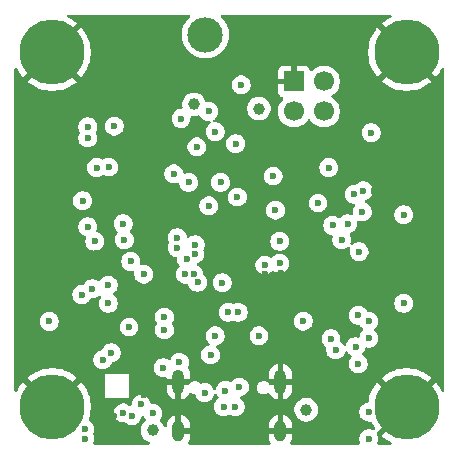
<source format=gbr>
%TF.GenerationSoftware,KiCad,Pcbnew,9.0.1*%
%TF.CreationDate,2025-05-02T13:40:16-04:00*%
%TF.ProjectId,Control Board V2,436f6e74-726f-46c2-9042-6f6172642056,rev?*%
%TF.SameCoordinates,Original*%
%TF.FileFunction,Copper,L2,Inr*%
%TF.FilePolarity,Positive*%
%FSLAX46Y46*%
G04 Gerber Fmt 4.6, Leading zero omitted, Abs format (unit mm)*
G04 Created by KiCad (PCBNEW 9.0.1) date 2025-05-02 13:40:16*
%MOMM*%
%LPD*%
G01*
G04 APERTURE LIST*
%TA.AperFunction,ComponentPad*%
%ADD10C,1.700000*%
%TD*%
%TA.AperFunction,ComponentPad*%
%ADD11R,1.700000X1.700000*%
%TD*%
%TA.AperFunction,ComponentPad*%
%ADD12C,1.000000*%
%TD*%
%TA.AperFunction,ComponentPad*%
%ADD13C,5.500000*%
%TD*%
%TA.AperFunction,HeatsinkPad*%
%ADD14O,1.000000X2.100000*%
%TD*%
%TA.AperFunction,HeatsinkPad*%
%ADD15O,1.000000X1.800000*%
%TD*%
%TA.AperFunction,CastellatedPad*%
%ADD16O,3.000000X3.000000*%
%TD*%
%TA.AperFunction,ViaPad*%
%ADD17C,0.600000*%
%TD*%
G04 APERTURE END LIST*
D10*
%TO.N,/SWDIO*%
%TO.C,J1*%
X83000000Y-99460000D03*
%TO.N,/RESET*%
X83000000Y-102000000D03*
%TO.N,/SWCLK*%
X80460000Y-102000000D03*
D11*
%TO.N,GND*%
X80460000Y-99460000D03*
%TD*%
D12*
%TO.N,+VBUS*%
%TO.C,TP4*%
X68500000Y-129000000D03*
%TD*%
%TO.N,+3V3USB*%
%TO.C,TP3*%
X81500000Y-127250000D03*
%TD*%
D13*
%TO.N,GND*%
%TO.C,H2*%
X60000000Y-97000000D03*
%TD*%
%TO.N,GND*%
%TO.C,H1*%
X90000000Y-127000000D03*
%TD*%
D12*
%TO.N,+3V3*%
%TO.C,TP2*%
X77500000Y-101750000D03*
%TD*%
%TO.N,+VBAT*%
%TO.C,TP1*%
X72000000Y-101400000D03*
%TD*%
D14*
%TO.N,GND*%
%TO.C,J35*%
X70680000Y-124875000D03*
D15*
X70680000Y-129075000D03*
D14*
X79320000Y-124875000D03*
D15*
X79320000Y-129075000D03*
%TD*%
D13*
%TO.N,GND*%
%TO.C,H4*%
X90000000Y-97000000D03*
%TD*%
D16*
%TO.N,Net-(BT1-+)*%
%TO.C,BT1*%
X72968000Y-95500000D03*
%TO.N,GND*%
X77032000Y-95500000D03*
%TD*%
D13*
%TO.N,GND*%
%TO.C,H3*%
X60000000Y-127000000D03*
%TD*%
D17*
%TO.N,GND*%
X74900000Y-121300000D03*
X75700000Y-120400000D03*
X65100000Y-120800000D03*
%TO.N,+3V3*%
X86800000Y-127450000D03*
X86800000Y-129700000D03*
%TO.N,Net-(Y2-IN{slash}OUT)*%
X69500000Y-119400000D03*
X69500000Y-120500000D03*
%TO.N,/HSE_OUT*%
X74900000Y-119000000D03*
%TO.N,+3V3*%
X72301779Y-116473000D03*
%TO.N,GND*%
X72641496Y-121441496D03*
%TO.N,UART4_TX*%
X86800000Y-121200000D03*
X86800000Y-119743000D03*
%TO.N,Net-(U2-VDDA)*%
X77500000Y-121000000D03*
%TO.N,I2C_1_SDA*%
X63400000Y-117000000D03*
%TO.N,/USART2_RX*%
X85900000Y-119250000D03*
%TO.N,/BL_PWM*%
X85675000Y-121925000D03*
%TO.N,GND*%
X92500000Y-124250000D03*
X78500000Y-100500000D03*
X63500000Y-120500000D03*
X92250000Y-112750000D03*
X68750000Y-103750000D03*
X57750000Y-103250000D03*
X67500000Y-100750000D03*
X68250000Y-101500000D03*
X59500000Y-113250000D03*
X66750000Y-100750000D03*
X87250000Y-108750000D03*
X61000000Y-100750000D03*
X57500000Y-112750000D03*
X64750000Y-104500000D03*
X85750000Y-106000000D03*
X67500000Y-108000000D03*
X63750000Y-114000000D03*
X67250000Y-94850000D03*
X66750000Y-101500000D03*
X77750000Y-97500000D03*
X85500000Y-95500000D03*
X73465000Y-112679759D03*
X61500000Y-115750000D03*
X76925000Y-108750000D03*
X69000000Y-106500000D03*
X92250000Y-111000000D03*
X88500000Y-100750000D03*
X57750000Y-120750000D03*
X92125000Y-114675000D03*
X90000000Y-119500000D03*
X79401024Y-115635616D03*
X58000000Y-118750000D03*
X89000000Y-114750000D03*
X82000000Y-97750000D03*
X60000000Y-108750000D03*
X87000000Y-115000000D03*
X75000000Y-111500000D03*
X89250000Y-109000000D03*
X73800000Y-119200000D03*
X67500000Y-101500000D03*
X60250000Y-116500000D03*
X59250000Y-110500000D03*
X68750000Y-96750000D03*
X92250000Y-102500000D03*
X65400000Y-119200000D03*
X83750000Y-116500000D03*
X92250000Y-105250000D03*
X67765276Y-126003058D03*
X68000000Y-120250000D03*
X60000000Y-123000000D03*
X68250000Y-100750000D03*
X60000000Y-115000000D03*
X66000000Y-101500000D03*
X71000000Y-103750000D03*
X79250000Y-96250000D03*
X89750000Y-122000000D03*
X63250000Y-99000000D03*
X90250000Y-111875000D03*
X65250000Y-127750000D03*
X76497858Y-102788794D03*
X57750000Y-104500000D03*
X79000000Y-119490000D03*
X89000000Y-106750000D03*
X79000000Y-111750000D03*
X63250000Y-94500000D03*
X90250000Y-113250000D03*
X60000000Y-107000000D03*
X78000000Y-115750000D03*
X87500000Y-124000000D03*
X79250000Y-94250000D03*
X67750000Y-112248999D03*
X84250000Y-129700000D03*
X65000000Y-99250000D03*
X70250000Y-105000000D03*
X65500000Y-97500000D03*
X72980000Y-107750000D03*
X63750000Y-96750000D03*
X70000000Y-98000000D03*
X83750000Y-114000000D03*
X75500000Y-98500000D03*
X66000000Y-100750000D03*
X84750000Y-98500000D03*
X66750000Y-98750000D03*
X84000000Y-117500000D03*
X85250000Y-103250000D03*
X62750000Y-115000000D03*
X89750000Y-117000000D03*
X62500000Y-124000000D03*
X70250000Y-116750000D03*
X64000000Y-100750000D03*
X86750000Y-106500000D03*
X84000000Y-107750000D03*
X67103554Y-123396446D03*
X57500000Y-110750000D03*
X65476392Y-115952785D03*
X78100000Y-103500000D03*
X82000000Y-125399020D03*
X87250000Y-117000000D03*
X81750000Y-95500000D03*
%TO.N,+3V3*%
X83400000Y-106750000D03*
X59750000Y-119778000D03*
X71371075Y-114480000D03*
X66750000Y-127750000D03*
X66000000Y-111500000D03*
X79250000Y-114850000D03*
X70770000Y-123250000D03*
X87000000Y-103800000D03*
X62750000Y-128899997D03*
X89750000Y-118250000D03*
X73250000Y-110000000D03*
X71550003Y-108000000D03*
X65250000Y-103235000D03*
X66500000Y-120250000D03*
X73250000Y-102000000D03*
X63600000Y-113000000D03*
X63000000Y-104250000D03*
X89750000Y-110750000D03*
X73400000Y-122600000D03*
X67750000Y-115770000D03*
%TO.N,+1V8*%
X69400000Y-123700000D03*
%TO.N,Net-(U1-REGOUT)*%
X66017484Y-127524239D03*
%TO.N,Net-(IC1-EN)*%
X62750000Y-129700000D03*
%TO.N,/RESET*%
X74250000Y-108000000D03*
X74400000Y-116500000D03*
%TO.N,Net-(C16-Pad2)*%
X71250000Y-115770000D03*
%TO.N,+3V3USB*%
X85000000Y-111500000D03*
X85575000Y-109000000D03*
X76000000Y-99750000D03*
%TO.N,+VBUS*%
X72900000Y-125800000D03*
%TO.N,I2C_1_SCL*%
X64750000Y-116700000D03*
X62500000Y-117500000D03*
X64750000Y-118250000D03*
%TO.N,Net-(IC2-SDA_A)*%
X64269571Y-123019571D03*
X67511070Y-126770119D03*
%TO.N,Net-(IC2-SCL_A)*%
X65000000Y-122419571D03*
X68524144Y-127548286D03*
%TO.N,I2C_1_SDA*%
X66109285Y-112859285D03*
%TO.N,/SWCLK*%
X70287500Y-107287500D03*
%TO.N,/SWDIO*%
X75519731Y-104730269D03*
X72250000Y-105000000D03*
%TO.N,/SD_DET*%
X78000000Y-115000000D03*
%TO.N,I2C_2_SCL*%
X62562500Y-109562500D03*
X63750000Y-106750000D03*
X75675861Y-109245639D03*
%TO.N,I2C_2_SDA*%
X64799264Y-106700736D03*
X78695047Y-107466577D03*
X63000000Y-111750000D03*
%TO.N,I2C_3_SDA*%
X73791177Y-103708823D03*
X63000000Y-103300000D03*
%TO.N,I2C_3_SCL*%
X70896446Y-102603554D03*
%TO.N,USART3_TX*%
X82500000Y-109750000D03*
X84500000Y-112850000D03*
X78900000Y-110350000D03*
X83750000Y-111650000D03*
%TO.N,/FL_PWM*%
X75750000Y-119000000D03*
%TO.N,/BL_PWM*%
X79250000Y-113000000D03*
X83600000Y-121250000D03*
%TO.N,/FR_PWM*%
X70580442Y-113523362D03*
%TO.N,/BR_PWM*%
X86250000Y-110500000D03*
X86325201Y-108722148D03*
X85975000Y-113875000D03*
%TO.N,Net-(U2-BOOT0)*%
X66650000Y-114700000D03*
%TO.N,/SPI1_MISO*%
X72109381Y-113276825D03*
%TO.N,/SD_CS*%
X72000000Y-115800000D03*
%TO.N,/SPI2_MOSI*%
X70600000Y-112685852D03*
%TO.N,/SPI1_SCK*%
X72061206Y-114075376D03*
%TO.N,/USB to UART/D+*%
X74650000Y-125631427D03*
X75850000Y-125328013D03*
%TO.N,Net-(J35-CC1)*%
X74500000Y-126990000D03*
%TO.N,Net-(J35-CC2)*%
X75500000Y-126990000D03*
%TO.N,/USART2_RX*%
X85902852Y-123363961D03*
%TO.N,/USART2_TX*%
X84000000Y-122200000D03*
X81250000Y-119750000D03*
%TO.N,/HSE_IN*%
X73800000Y-121000000D03*
%TD*%
%TA.AperFunction,Conductor*%
%TO.N,GND*%
G36*
X71606043Y-93820185D02*
G01*
X71651798Y-93872989D01*
X71661742Y-93942147D01*
X71632717Y-94005703D01*
X71626685Y-94012181D01*
X71460718Y-94178148D01*
X71301075Y-94386196D01*
X71169958Y-94613299D01*
X71169953Y-94613309D01*
X71069605Y-94855571D01*
X71069602Y-94855581D01*
X71001730Y-95108885D01*
X70967500Y-95368872D01*
X70967500Y-95631127D01*
X70994123Y-95833339D01*
X71001730Y-95891116D01*
X71069602Y-96144418D01*
X71069605Y-96144428D01*
X71169953Y-96386690D01*
X71169958Y-96386700D01*
X71301075Y-96613803D01*
X71460718Y-96821851D01*
X71460726Y-96821860D01*
X71646140Y-97007274D01*
X71646148Y-97007281D01*
X71854196Y-97166924D01*
X72081299Y-97298041D01*
X72081309Y-97298046D01*
X72323571Y-97398394D01*
X72323581Y-97398398D01*
X72576884Y-97466270D01*
X72836880Y-97500500D01*
X72836887Y-97500500D01*
X73099113Y-97500500D01*
X73099120Y-97500500D01*
X73359116Y-97466270D01*
X73612419Y-97398398D01*
X73854697Y-97298043D01*
X74081803Y-97166924D01*
X74289851Y-97007282D01*
X74289855Y-97007277D01*
X74289860Y-97007274D01*
X74475274Y-96821860D01*
X74475277Y-96821855D01*
X74475282Y-96821851D01*
X74634924Y-96613803D01*
X74766043Y-96386697D01*
X74866398Y-96144419D01*
X74934270Y-95891116D01*
X74968500Y-95631120D01*
X74968500Y-95368880D01*
X74934270Y-95108884D01*
X74866398Y-94855581D01*
X74815754Y-94733315D01*
X74766046Y-94613309D01*
X74766041Y-94613299D01*
X74634924Y-94386196D01*
X74475281Y-94178148D01*
X74475274Y-94178140D01*
X74309315Y-94012181D01*
X74275830Y-93950858D01*
X74280814Y-93881166D01*
X74322686Y-93825233D01*
X74388150Y-93800816D01*
X74396996Y-93800500D01*
X88608228Y-93800500D01*
X88675267Y-93820185D01*
X88721022Y-93872989D01*
X88730966Y-93942147D01*
X88701941Y-94005703D01*
X88655681Y-94039061D01*
X88608767Y-94058493D01*
X88608762Y-94058495D01*
X88327162Y-94209014D01*
X88327144Y-94209025D01*
X88061651Y-94386422D01*
X88061650Y-94386423D01*
X87884971Y-94531418D01*
X89059301Y-95705748D01*
X88957670Y-95779588D01*
X88779588Y-95957670D01*
X88705748Y-96059301D01*
X87531418Y-94884971D01*
X87386423Y-95061650D01*
X87386422Y-95061651D01*
X87209025Y-95327144D01*
X87209014Y-95327162D01*
X87058495Y-95608762D01*
X87058493Y-95608767D01*
X86936292Y-95903786D01*
X86843594Y-96209371D01*
X86843591Y-96209382D01*
X86781301Y-96522544D01*
X86781298Y-96522561D01*
X86750000Y-96840341D01*
X86750000Y-97159658D01*
X86781298Y-97477438D01*
X86781301Y-97477455D01*
X86843591Y-97790617D01*
X86843594Y-97790628D01*
X86936292Y-98096213D01*
X87058493Y-98391232D01*
X87058495Y-98391237D01*
X87209014Y-98672837D01*
X87209025Y-98672855D01*
X87386422Y-98938348D01*
X87386432Y-98938362D01*
X87531418Y-99115027D01*
X88705747Y-97940697D01*
X88779588Y-98042330D01*
X88957670Y-98220412D01*
X89059301Y-98294251D01*
X87884971Y-99468580D01*
X87884972Y-99468581D01*
X88061637Y-99613567D01*
X88061651Y-99613577D01*
X88327144Y-99790974D01*
X88327162Y-99790985D01*
X88608762Y-99941504D01*
X88608767Y-99941506D01*
X88903786Y-100063707D01*
X89209371Y-100156405D01*
X89209382Y-100156408D01*
X89522544Y-100218698D01*
X89522561Y-100218701D01*
X89840341Y-100250000D01*
X90159659Y-100250000D01*
X90477438Y-100218701D01*
X90477455Y-100218698D01*
X90790617Y-100156408D01*
X90790628Y-100156405D01*
X91096213Y-100063707D01*
X91391232Y-99941506D01*
X91391237Y-99941504D01*
X91672837Y-99790985D01*
X91672855Y-99790974D01*
X91938348Y-99613577D01*
X91938361Y-99613567D01*
X92115026Y-99468581D01*
X92115027Y-99468580D01*
X90940698Y-98294251D01*
X91042330Y-98220412D01*
X91220412Y-98042330D01*
X91294251Y-97940698D01*
X92468580Y-99115027D01*
X92468581Y-99115026D01*
X92613567Y-98938361D01*
X92613577Y-98938348D01*
X92790974Y-98672855D01*
X92790985Y-98672837D01*
X92941504Y-98391237D01*
X92941509Y-98391225D01*
X92960939Y-98344319D01*
X93004779Y-98289915D01*
X93071073Y-98267850D01*
X93138773Y-98285129D01*
X93186384Y-98336266D01*
X93199500Y-98391771D01*
X93199500Y-125608228D01*
X93179815Y-125675267D01*
X93127011Y-125721022D01*
X93057853Y-125730966D01*
X92994297Y-125701941D01*
X92960939Y-125655681D01*
X92941506Y-125608767D01*
X92941504Y-125608762D01*
X92790985Y-125327162D01*
X92790974Y-125327144D01*
X92613577Y-125061651D01*
X92613567Y-125061637D01*
X92468581Y-124884972D01*
X92468580Y-124884971D01*
X91294251Y-126059301D01*
X91220412Y-125957670D01*
X91042330Y-125779588D01*
X90940698Y-125705748D01*
X92115027Y-124531418D01*
X91938362Y-124386432D01*
X91938348Y-124386422D01*
X91672855Y-124209025D01*
X91672837Y-124209014D01*
X91391237Y-124058495D01*
X91391232Y-124058493D01*
X91096213Y-123936292D01*
X90790628Y-123843594D01*
X90790617Y-123843591D01*
X90477455Y-123781301D01*
X90477438Y-123781298D01*
X90159659Y-123750000D01*
X89840341Y-123750000D01*
X89522561Y-123781298D01*
X89522544Y-123781301D01*
X89209382Y-123843591D01*
X89209371Y-123843594D01*
X88903786Y-123936292D01*
X88608767Y-124058493D01*
X88608762Y-124058495D01*
X88327162Y-124209014D01*
X88327144Y-124209025D01*
X88061651Y-124386422D01*
X88061650Y-124386423D01*
X87884971Y-124531418D01*
X89059301Y-125705748D01*
X88957670Y-125779588D01*
X88779588Y-125957670D01*
X88705748Y-126059301D01*
X87531418Y-124884971D01*
X87386423Y-125061650D01*
X87386422Y-125061651D01*
X87209025Y-125327144D01*
X87209014Y-125327162D01*
X87058495Y-125608762D01*
X87058493Y-125608767D01*
X86936292Y-125903786D01*
X86843594Y-126209371D01*
X86843591Y-126209382D01*
X86781303Y-126522533D01*
X86781298Y-126522562D01*
X86778761Y-126548318D01*
X86752598Y-126613104D01*
X86695561Y-126653460D01*
X86679551Y-126657775D01*
X86566508Y-126680261D01*
X86566498Y-126680264D01*
X86420827Y-126740602D01*
X86420814Y-126740609D01*
X86289711Y-126828210D01*
X86289707Y-126828213D01*
X86178213Y-126939707D01*
X86178210Y-126939711D01*
X86090609Y-127070814D01*
X86090602Y-127070827D01*
X86030264Y-127216498D01*
X86030261Y-127216510D01*
X85999500Y-127371153D01*
X85999500Y-127528846D01*
X86030261Y-127683489D01*
X86030264Y-127683501D01*
X86090602Y-127829172D01*
X86090609Y-127829185D01*
X86178210Y-127960288D01*
X86178213Y-127960292D01*
X86289707Y-128071786D01*
X86289711Y-128071789D01*
X86420814Y-128159390D01*
X86420827Y-128159397D01*
X86563649Y-128218555D01*
X86566503Y-128219737D01*
X86708851Y-128248052D01*
X86721153Y-128250499D01*
X86721156Y-128250500D01*
X86721158Y-128250500D01*
X86878843Y-128250500D01*
X86883169Y-128249639D01*
X86891148Y-128248052D01*
X86960739Y-128254276D01*
X87015918Y-128297137D01*
X87029905Y-128322215D01*
X87058493Y-128391232D01*
X87058495Y-128391237D01*
X87209014Y-128672837D01*
X87209025Y-128672855D01*
X87286908Y-128789414D01*
X87307786Y-128856091D01*
X87289302Y-128923471D01*
X87237323Y-128970162D01*
X87168353Y-128981338D01*
X87136355Y-128972867D01*
X87067099Y-128944181D01*
X87033497Y-128930263D01*
X87033493Y-128930262D01*
X87033489Y-128930261D01*
X86878845Y-128899500D01*
X86878842Y-128899500D01*
X86721158Y-128899500D01*
X86721155Y-128899500D01*
X86566510Y-128930261D01*
X86566498Y-128930264D01*
X86420827Y-128990602D01*
X86420814Y-128990609D01*
X86289711Y-129078210D01*
X86289707Y-129078213D01*
X86178213Y-129189707D01*
X86178210Y-129189711D01*
X86090609Y-129320814D01*
X86090602Y-129320827D01*
X86030264Y-129466498D01*
X86030261Y-129466510D01*
X85999500Y-129621153D01*
X85999500Y-129778846D01*
X86030261Y-129933489D01*
X86030263Y-129933497D01*
X86058016Y-130000500D01*
X86069427Y-130028047D01*
X86076896Y-130097517D01*
X86045621Y-130159996D01*
X85985532Y-130195648D01*
X85954866Y-130199500D01*
X80270583Y-130199500D01*
X80203544Y-130179815D01*
X80157789Y-130127011D01*
X80147845Y-130057853D01*
X80167481Y-130006609D01*
X80206185Y-129948684D01*
X80206192Y-129948671D01*
X80281569Y-129766693D01*
X80281572Y-129766681D01*
X80319999Y-129573495D01*
X80320000Y-129573492D01*
X80320000Y-129325000D01*
X79620000Y-129325000D01*
X79620000Y-128825000D01*
X80320000Y-128825000D01*
X80320000Y-128576508D01*
X80319999Y-128576504D01*
X80281572Y-128383318D01*
X80281569Y-128383306D01*
X80206192Y-128201328D01*
X80206185Y-128201315D01*
X80096751Y-128037537D01*
X80096748Y-128037533D01*
X79957466Y-127898251D01*
X79957462Y-127898248D01*
X79793684Y-127788814D01*
X79793671Y-127788807D01*
X79611691Y-127713429D01*
X79611683Y-127713427D01*
X79570000Y-127705135D01*
X79570000Y-128508011D01*
X79560060Y-128490795D01*
X79504205Y-128434940D01*
X79435796Y-128395444D01*
X79359496Y-128375000D01*
X79280504Y-128375000D01*
X79204204Y-128395444D01*
X79135795Y-128434940D01*
X79079940Y-128490795D01*
X79070000Y-128508011D01*
X79070000Y-127705136D01*
X79069999Y-127705135D01*
X79028316Y-127713427D01*
X79028308Y-127713429D01*
X78846328Y-127788807D01*
X78846315Y-127788814D01*
X78682537Y-127898248D01*
X78682533Y-127898251D01*
X78543251Y-128037533D01*
X78543248Y-128037537D01*
X78433814Y-128201315D01*
X78433807Y-128201328D01*
X78358430Y-128383306D01*
X78358427Y-128383318D01*
X78320000Y-128576504D01*
X78320000Y-128825000D01*
X79020000Y-128825000D01*
X79020000Y-129325000D01*
X78320000Y-129325000D01*
X78320000Y-129573495D01*
X78358427Y-129766681D01*
X78358430Y-129766693D01*
X78433807Y-129948671D01*
X78433814Y-129948684D01*
X78472519Y-130006609D01*
X78493397Y-130073286D01*
X78474913Y-130140666D01*
X78422934Y-130187357D01*
X78369417Y-130199500D01*
X71630583Y-130199500D01*
X71563544Y-130179815D01*
X71517789Y-130127011D01*
X71507845Y-130057853D01*
X71527481Y-130006609D01*
X71566185Y-129948684D01*
X71566192Y-129948671D01*
X71641569Y-129766693D01*
X71641572Y-129766681D01*
X71679999Y-129573495D01*
X71680000Y-129573492D01*
X71680000Y-129325000D01*
X70980000Y-129325000D01*
X70980000Y-128825000D01*
X71680000Y-128825000D01*
X71680000Y-128576508D01*
X71679999Y-128576504D01*
X71641572Y-128383318D01*
X71641569Y-128383306D01*
X71566192Y-128201328D01*
X71566185Y-128201315D01*
X71456751Y-128037537D01*
X71456748Y-128037533D01*
X71317466Y-127898251D01*
X71317462Y-127898248D01*
X71153684Y-127788814D01*
X71153671Y-127788807D01*
X70971691Y-127713429D01*
X70971683Y-127713427D01*
X70930000Y-127705135D01*
X70930000Y-128508011D01*
X70920060Y-128490795D01*
X70864205Y-128434940D01*
X70795796Y-128395444D01*
X70719496Y-128375000D01*
X70640504Y-128375000D01*
X70564204Y-128395444D01*
X70495795Y-128434940D01*
X70439940Y-128490795D01*
X70430000Y-128508011D01*
X70430000Y-127705136D01*
X70429999Y-127705135D01*
X70388316Y-127713427D01*
X70388308Y-127713429D01*
X70206328Y-127788807D01*
X70206315Y-127788814D01*
X70042537Y-127898248D01*
X70042533Y-127898251D01*
X69903251Y-128037533D01*
X69903248Y-128037537D01*
X69793814Y-128201315D01*
X69793807Y-128201328D01*
X69718430Y-128383306D01*
X69718427Y-128383318D01*
X69680000Y-128576504D01*
X69680000Y-128610950D01*
X69660315Y-128677989D01*
X69607511Y-128723744D01*
X69538353Y-128733688D01*
X69474797Y-128704663D01*
X69441439Y-128658402D01*
X69386635Y-128526092D01*
X69386628Y-128526079D01*
X69277139Y-128362218D01*
X69277136Y-128362214D01*
X69147396Y-128232474D01*
X69113911Y-128171151D01*
X69118895Y-128101459D01*
X69142962Y-128064010D01*
X69142072Y-128063279D01*
X69145935Y-128058572D01*
X69233534Y-127927471D01*
X69233534Y-127927470D01*
X69233538Y-127927465D01*
X69293881Y-127781783D01*
X69324644Y-127627128D01*
X69324644Y-127469444D01*
X69324644Y-127469441D01*
X69324643Y-127469439D01*
X69305792Y-127374668D01*
X69293881Y-127314789D01*
X69293879Y-127314784D01*
X69233541Y-127169113D01*
X69233534Y-127169100D01*
X69145933Y-127037997D01*
X69145930Y-127037993D01*
X69034436Y-126926499D01*
X69034432Y-126926496D01*
X68903329Y-126838895D01*
X68903316Y-126838888D01*
X68757645Y-126778550D01*
X68757633Y-126778547D01*
X68602989Y-126747786D01*
X68602986Y-126747786D01*
X68445302Y-126747786D01*
X68445299Y-126747786D01*
X68439237Y-126748383D01*
X68439016Y-126746140D01*
X68379446Y-126740783D01*
X68324288Y-126697896D01*
X68303281Y-126649605D01*
X68287394Y-126569737D01*
X68280807Y-126536622D01*
X68257232Y-126479707D01*
X68220467Y-126390946D01*
X68220460Y-126390933D01*
X68132859Y-126259830D01*
X68132856Y-126259826D01*
X68021362Y-126148332D01*
X68021358Y-126148329D01*
X67890255Y-126060728D01*
X67890242Y-126060721D01*
X67744571Y-126000383D01*
X67744559Y-126000380D01*
X67589915Y-125969619D01*
X67589912Y-125969619D01*
X67432228Y-125969619D01*
X67432225Y-125969619D01*
X67277580Y-126000380D01*
X67277568Y-126000383D01*
X67131897Y-126060721D01*
X67131884Y-126060728D01*
X67000781Y-126148329D01*
X67000777Y-126148332D01*
X66889283Y-126259826D01*
X66889280Y-126259830D01*
X66801679Y-126390933D01*
X66801672Y-126390946D01*
X66741334Y-126536617D01*
X66741331Y-126536629D01*
X66710570Y-126691272D01*
X66710570Y-126792603D01*
X66690885Y-126859642D01*
X66638081Y-126905397D01*
X66568923Y-126915341D01*
X66517679Y-126895705D01*
X66396669Y-126814848D01*
X66396656Y-126814841D01*
X66250985Y-126754503D01*
X66250973Y-126754500D01*
X66096329Y-126723739D01*
X66096326Y-126723739D01*
X65938642Y-126723739D01*
X65938639Y-126723739D01*
X65783994Y-126754500D01*
X65783982Y-126754503D01*
X65638311Y-126814841D01*
X65638298Y-126814848D01*
X65507195Y-126902449D01*
X65507191Y-126902452D01*
X65395697Y-127013946D01*
X65395694Y-127013950D01*
X65308093Y-127145053D01*
X65308086Y-127145066D01*
X65247748Y-127290737D01*
X65247745Y-127290749D01*
X65216984Y-127445392D01*
X65216984Y-127603085D01*
X65247745Y-127757728D01*
X65247748Y-127757740D01*
X65308086Y-127903411D01*
X65308093Y-127903424D01*
X65395694Y-128034527D01*
X65395697Y-128034531D01*
X65507191Y-128146025D01*
X65507195Y-128146028D01*
X65638298Y-128233629D01*
X65638311Y-128233636D01*
X65745917Y-128278207D01*
X65783987Y-128293976D01*
X65923299Y-128321687D01*
X65938637Y-128324738D01*
X65938640Y-128324739D01*
X65938642Y-128324739D01*
X66096326Y-128324739D01*
X66111666Y-128321687D01*
X66181256Y-128327910D01*
X66223546Y-128355624D01*
X66239708Y-128371787D01*
X66239711Y-128371789D01*
X66370814Y-128459390D01*
X66370827Y-128459397D01*
X66446630Y-128490795D01*
X66516503Y-128519737D01*
X66671153Y-128550499D01*
X66671156Y-128550500D01*
X66671158Y-128550500D01*
X66828844Y-128550500D01*
X66828845Y-128550499D01*
X66983497Y-128519737D01*
X67129179Y-128459394D01*
X67260289Y-128371789D01*
X67371789Y-128260289D01*
X67459394Y-128129179D01*
X67519737Y-127983497D01*
X67543228Y-127865399D01*
X67575612Y-127803489D01*
X67636328Y-127768915D01*
X67706098Y-127772654D01*
X67762770Y-127813520D01*
X67779406Y-127842138D01*
X67814748Y-127927461D01*
X67814753Y-127927471D01*
X67896965Y-128050509D01*
X67917843Y-128117187D01*
X67899359Y-128184567D01*
X67866563Y-128218555D01*
X67866926Y-128218997D01*
X67863140Y-128222103D01*
X67862760Y-128222498D01*
X67862221Y-128222858D01*
X67862214Y-128222863D01*
X67722863Y-128362214D01*
X67722860Y-128362218D01*
X67613371Y-128526079D01*
X67613364Y-128526092D01*
X67537950Y-128708160D01*
X67537947Y-128708170D01*
X67499500Y-128901456D01*
X67499500Y-128901459D01*
X67499500Y-129098541D01*
X67499500Y-129098543D01*
X67499499Y-129098543D01*
X67537947Y-129291829D01*
X67537950Y-129291839D01*
X67613364Y-129473907D01*
X67613371Y-129473920D01*
X67722860Y-129637781D01*
X67722863Y-129637785D01*
X67862214Y-129777136D01*
X67862218Y-129777139D01*
X68026079Y-129886628D01*
X68026092Y-129886635D01*
X68205480Y-129960939D01*
X68259884Y-130004780D01*
X68281949Y-130071074D01*
X68264670Y-130138773D01*
X68213533Y-130186384D01*
X68158028Y-130199500D01*
X63595134Y-130199500D01*
X63528095Y-130179815D01*
X63482340Y-130127011D01*
X63472396Y-130057853D01*
X63480573Y-130028047D01*
X63489453Y-130006609D01*
X63519737Y-129933497D01*
X63550500Y-129778842D01*
X63550500Y-129621158D01*
X63550500Y-129621155D01*
X63550499Y-129621153D01*
X63541019Y-129573495D01*
X63519737Y-129466503D01*
X63470423Y-129347449D01*
X63462955Y-129277981D01*
X63470421Y-129252551D01*
X63519737Y-129133494D01*
X63550500Y-128978839D01*
X63550500Y-128821155D01*
X63550500Y-128821152D01*
X63550499Y-128821150D01*
X63544186Y-128789414D01*
X63519737Y-128666500D01*
X63492192Y-128600000D01*
X63459397Y-128520824D01*
X63459390Y-128520811D01*
X63371789Y-128389708D01*
X63371786Y-128389704D01*
X63260292Y-128278210D01*
X63260288Y-128278207D01*
X63127400Y-128189413D01*
X63082595Y-128135800D01*
X63073888Y-128066475D01*
X63077630Y-128050316D01*
X63156405Y-127790628D01*
X63156408Y-127790617D01*
X63218698Y-127477455D01*
X63218701Y-127477438D01*
X63250000Y-127159658D01*
X63250000Y-126840341D01*
X63218701Y-126522561D01*
X63218698Y-126522544D01*
X63164487Y-126250000D01*
X64500000Y-126250000D01*
X66500000Y-126250000D01*
X66500000Y-124250000D01*
X64500000Y-124250000D01*
X64500000Y-126250000D01*
X63164487Y-126250000D01*
X63156408Y-126209382D01*
X63156405Y-126209371D01*
X63063707Y-125903786D01*
X62941506Y-125608767D01*
X62941504Y-125608762D01*
X62790985Y-125327162D01*
X62790974Y-125327144D01*
X62613577Y-125061651D01*
X62613567Y-125061637D01*
X62468581Y-124884972D01*
X62468580Y-124884971D01*
X61294250Y-126059300D01*
X61220412Y-125957670D01*
X61042330Y-125779588D01*
X60940698Y-125705748D01*
X62115027Y-124531418D01*
X61938362Y-124386432D01*
X61938348Y-124386422D01*
X61811613Y-124301740D01*
X61672855Y-124209025D01*
X61672837Y-124209014D01*
X61391237Y-124058495D01*
X61391232Y-124058493D01*
X61096213Y-123936292D01*
X60790628Y-123843594D01*
X60790617Y-123843591D01*
X60477455Y-123781301D01*
X60477438Y-123781298D01*
X60159659Y-123750000D01*
X59840341Y-123750000D01*
X59522561Y-123781298D01*
X59522544Y-123781301D01*
X59209382Y-123843591D01*
X59209371Y-123843594D01*
X58903786Y-123936292D01*
X58608767Y-124058493D01*
X58608762Y-124058495D01*
X58327162Y-124209014D01*
X58327144Y-124209025D01*
X58061651Y-124386422D01*
X58061650Y-124386423D01*
X57884971Y-124531418D01*
X59059301Y-125705748D01*
X58957670Y-125779588D01*
X58779588Y-125957670D01*
X58705748Y-126059301D01*
X57531418Y-124884971D01*
X57386423Y-125061650D01*
X57386422Y-125061651D01*
X57209025Y-125327144D01*
X57209014Y-125327162D01*
X57058495Y-125608762D01*
X57058493Y-125608767D01*
X57039061Y-125655681D01*
X56995220Y-125710084D01*
X56928926Y-125732149D01*
X56861226Y-125714870D01*
X56813616Y-125663732D01*
X56800500Y-125608228D01*
X56800500Y-122940724D01*
X63469071Y-122940724D01*
X63469071Y-123098417D01*
X63499832Y-123253060D01*
X63499835Y-123253072D01*
X63560173Y-123398743D01*
X63560180Y-123398756D01*
X63647781Y-123529859D01*
X63647784Y-123529863D01*
X63759278Y-123641357D01*
X63759282Y-123641360D01*
X63890385Y-123728961D01*
X63890398Y-123728968D01*
X64010816Y-123778846D01*
X64036074Y-123789308D01*
X64124917Y-123806980D01*
X64190724Y-123820070D01*
X64190727Y-123820071D01*
X64190729Y-123820071D01*
X64348415Y-123820071D01*
X64348416Y-123820070D01*
X64503068Y-123789308D01*
X64648750Y-123728965D01*
X64779860Y-123641360D01*
X64800067Y-123621153D01*
X68599500Y-123621153D01*
X68599500Y-123778846D01*
X68630261Y-123933489D01*
X68630264Y-123933501D01*
X68690602Y-124079172D01*
X68690609Y-124079185D01*
X68778210Y-124210288D01*
X68778213Y-124210292D01*
X68889707Y-124321786D01*
X68889711Y-124321789D01*
X69020814Y-124409390D01*
X69020827Y-124409397D01*
X69166498Y-124469735D01*
X69166503Y-124469737D01*
X69321153Y-124500499D01*
X69321156Y-124500500D01*
X69321158Y-124500500D01*
X69478843Y-124500500D01*
X69493192Y-124497645D01*
X69531808Y-124489964D01*
X69601399Y-124496191D01*
X69656577Y-124539053D01*
X69679822Y-124604942D01*
X69680000Y-124611581D01*
X69680000Y-124625000D01*
X70380000Y-124625000D01*
X70380000Y-125125000D01*
X69680000Y-125125000D01*
X69680000Y-125523495D01*
X69718427Y-125716681D01*
X69718430Y-125716693D01*
X69793807Y-125898671D01*
X69793814Y-125898684D01*
X69903248Y-126062462D01*
X69903251Y-126062466D01*
X70042533Y-126201748D01*
X70042537Y-126201751D01*
X70206315Y-126311185D01*
X70206328Y-126311192D01*
X70388308Y-126386569D01*
X70430000Y-126394862D01*
X70430000Y-125591988D01*
X70439940Y-125609205D01*
X70495795Y-125665060D01*
X70564204Y-125704556D01*
X70640504Y-125725000D01*
X70719496Y-125725000D01*
X70795796Y-125704556D01*
X70864205Y-125665060D01*
X70920060Y-125609205D01*
X70930000Y-125591988D01*
X70930000Y-126394862D01*
X70971690Y-126386569D01*
X70971692Y-126386569D01*
X71153671Y-126311192D01*
X71153684Y-126311185D01*
X71317462Y-126201751D01*
X71317466Y-126201748D01*
X71456748Y-126062466D01*
X71456751Y-126062462D01*
X71566185Y-125898684D01*
X71566189Y-125898675D01*
X71567839Y-125894694D01*
X71611676Y-125840287D01*
X71677969Y-125818218D01*
X71745670Y-125835493D01*
X71757896Y-125843768D01*
X71762771Y-125847509D01*
X71762775Y-125847513D01*
X71762779Y-125847515D01*
X71762780Y-125847516D01*
X71792932Y-125864924D01*
X71891725Y-125921962D01*
X72035550Y-125960500D01*
X72035552Y-125960500D01*
X72043401Y-125962603D01*
X72042865Y-125964602D01*
X72096657Y-125988394D01*
X72131142Y-126035620D01*
X72190602Y-126179172D01*
X72190609Y-126179185D01*
X72278210Y-126310288D01*
X72278213Y-126310292D01*
X72389707Y-126421786D01*
X72389711Y-126421789D01*
X72520814Y-126509390D01*
X72520827Y-126509397D01*
X72666498Y-126569735D01*
X72666503Y-126569737D01*
X72821153Y-126600499D01*
X72821156Y-126600500D01*
X72821158Y-126600500D01*
X72978844Y-126600500D01*
X72978845Y-126600499D01*
X73133497Y-126569737D01*
X73279179Y-126509394D01*
X73410289Y-126421789D01*
X73521789Y-126310289D01*
X73609394Y-126179179D01*
X73669737Y-126033497D01*
X73680942Y-125977167D01*
X73713326Y-125915256D01*
X73774042Y-125880682D01*
X73843812Y-125884421D01*
X73900484Y-125925287D01*
X73917120Y-125953906D01*
X73940602Y-126010599D01*
X73940609Y-126010612D01*
X74028210Y-126141715D01*
X74028213Y-126141719D01*
X74041723Y-126155229D01*
X74075208Y-126216552D01*
X74070224Y-126286244D01*
X74028352Y-126342177D01*
X74022934Y-126346012D01*
X73989707Y-126368213D01*
X73878213Y-126479707D01*
X73878210Y-126479711D01*
X73790609Y-126610814D01*
X73790602Y-126610827D01*
X73730264Y-126756498D01*
X73730261Y-126756510D01*
X73699500Y-126911153D01*
X73699500Y-127068846D01*
X73730261Y-127223489D01*
X73730264Y-127223501D01*
X73790602Y-127369172D01*
X73790609Y-127369185D01*
X73878210Y-127500288D01*
X73878213Y-127500292D01*
X73989707Y-127611786D01*
X73989711Y-127611789D01*
X74120814Y-127699390D01*
X74120827Y-127699397D01*
X74180032Y-127723920D01*
X74266503Y-127759737D01*
X74412647Y-127788807D01*
X74421153Y-127790499D01*
X74421156Y-127790500D01*
X74421158Y-127790500D01*
X74578844Y-127790500D01*
X74578845Y-127790499D01*
X74733497Y-127759737D01*
X74879179Y-127699394D01*
X74931110Y-127664694D01*
X74997785Y-127643816D01*
X75065165Y-127662300D01*
X75068863Y-127664676D01*
X75120821Y-127699394D01*
X75120823Y-127699395D01*
X75120825Y-127699396D01*
X75180032Y-127723920D01*
X75266503Y-127759737D01*
X75412647Y-127788807D01*
X75421153Y-127790499D01*
X75421156Y-127790500D01*
X75421158Y-127790500D01*
X75578844Y-127790500D01*
X75578845Y-127790499D01*
X75733497Y-127759737D01*
X75846166Y-127713067D01*
X75879172Y-127699397D01*
X75879172Y-127699396D01*
X75879179Y-127699394D01*
X76010289Y-127611789D01*
X76121789Y-127500289D01*
X76209394Y-127369179D01*
X76217942Y-127348543D01*
X80499499Y-127348543D01*
X80537947Y-127541829D01*
X80537950Y-127541839D01*
X80613364Y-127723907D01*
X80613371Y-127723920D01*
X80722860Y-127887781D01*
X80722863Y-127887785D01*
X80862214Y-128027136D01*
X80862218Y-128027139D01*
X81026079Y-128136628D01*
X81026092Y-128136635D01*
X81182277Y-128201328D01*
X81208165Y-128212051D01*
X81208169Y-128212051D01*
X81208170Y-128212052D01*
X81401456Y-128250500D01*
X81401459Y-128250500D01*
X81598543Y-128250500D01*
X81756915Y-128218997D01*
X81791835Y-128212051D01*
X81973914Y-128136632D01*
X82137782Y-128027139D01*
X82277139Y-127887782D01*
X82386632Y-127723914D01*
X82394411Y-127705135D01*
X82433075Y-127611789D01*
X82462051Y-127541835D01*
X82496395Y-127369179D01*
X82500500Y-127348543D01*
X82500500Y-127151456D01*
X82462052Y-126958170D01*
X82462051Y-126958169D01*
X82462051Y-126958165D01*
X82448934Y-126926497D01*
X82386635Y-126776092D01*
X82386628Y-126776079D01*
X82277139Y-126612218D01*
X82277136Y-126612214D01*
X82137785Y-126472863D01*
X82137781Y-126472860D01*
X81973920Y-126363371D01*
X81973907Y-126363364D01*
X81791839Y-126287950D01*
X81791829Y-126287947D01*
X81598543Y-126249500D01*
X81598541Y-126249500D01*
X81401459Y-126249500D01*
X81401457Y-126249500D01*
X81208170Y-126287947D01*
X81208160Y-126287950D01*
X81026092Y-126363364D01*
X81026079Y-126363371D01*
X80862218Y-126472860D01*
X80862214Y-126472863D01*
X80722863Y-126612214D01*
X80722860Y-126612218D01*
X80613371Y-126776079D01*
X80613364Y-126776092D01*
X80537950Y-126958160D01*
X80537947Y-126958170D01*
X80499500Y-127151456D01*
X80499500Y-127151459D01*
X80499500Y-127348541D01*
X80499500Y-127348543D01*
X80499499Y-127348543D01*
X76217942Y-127348543D01*
X76217943Y-127348541D01*
X76231925Y-127314784D01*
X76269737Y-127223497D01*
X76280556Y-127169107D01*
X76290091Y-127121175D01*
X76290091Y-127121174D01*
X76300499Y-127068846D01*
X76300500Y-127068844D01*
X76300500Y-126911155D01*
X76300499Y-126911153D01*
X76288128Y-126848961D01*
X76269737Y-126756503D01*
X76256166Y-126723739D01*
X76209397Y-126610827D01*
X76209390Y-126610814D01*
X76121789Y-126479711D01*
X76121786Y-126479707D01*
X76010292Y-126368213D01*
X76010288Y-126368210D01*
X75964076Y-126337332D01*
X75919271Y-126283720D01*
X75910564Y-126214395D01*
X75940719Y-126151367D01*
X76000162Y-126114648D01*
X76008776Y-126112613D01*
X76083497Y-126097750D01*
X76229179Y-126037407D01*
X76360289Y-125949802D01*
X76471789Y-125838302D01*
X76559394Y-125707192D01*
X76619737Y-125561510D01*
X76650500Y-125406855D01*
X76650500Y-125320550D01*
X77324500Y-125320550D01*
X77324500Y-125469450D01*
X77349168Y-125561510D01*
X77363038Y-125613276D01*
X77363039Y-125613277D01*
X77437484Y-125742221D01*
X77437486Y-125742224D01*
X77437487Y-125742225D01*
X77542775Y-125847513D01*
X77542776Y-125847514D01*
X77542778Y-125847515D01*
X77572932Y-125864924D01*
X77671725Y-125921962D01*
X77815550Y-125960500D01*
X77815553Y-125960500D01*
X77964447Y-125960500D01*
X77964450Y-125960500D01*
X78108275Y-125921962D01*
X78237225Y-125847513D01*
X78237233Y-125847504D01*
X78242099Y-125843771D01*
X78307266Y-125818570D01*
X78375712Y-125832601D01*
X78425707Y-125881410D01*
X78432156Y-125894684D01*
X78433808Y-125898672D01*
X78433814Y-125898684D01*
X78543248Y-126062462D01*
X78543251Y-126062466D01*
X78682533Y-126201748D01*
X78682537Y-126201751D01*
X78846315Y-126311185D01*
X78846328Y-126311192D01*
X79028308Y-126386569D01*
X79070000Y-126394862D01*
X79070000Y-125591988D01*
X79079940Y-125609205D01*
X79135795Y-125665060D01*
X79204204Y-125704556D01*
X79280504Y-125725000D01*
X79359496Y-125725000D01*
X79435796Y-125704556D01*
X79504205Y-125665060D01*
X79560060Y-125609205D01*
X79570000Y-125591988D01*
X79570000Y-126394862D01*
X79611690Y-126386569D01*
X79611692Y-126386569D01*
X79793671Y-126311192D01*
X79793684Y-126311185D01*
X79957462Y-126201751D01*
X79957466Y-126201748D01*
X80096748Y-126062466D01*
X80096751Y-126062462D01*
X80206185Y-125898684D01*
X80206192Y-125898671D01*
X80281569Y-125716693D01*
X80281572Y-125716681D01*
X80319999Y-125523495D01*
X80320000Y-125523492D01*
X80320000Y-125125000D01*
X79620000Y-125125000D01*
X79620000Y-124625000D01*
X80320000Y-124625000D01*
X80320000Y-124226508D01*
X80319999Y-124226504D01*
X80281572Y-124033318D01*
X80281569Y-124033306D01*
X80206192Y-123851328D01*
X80206185Y-123851315D01*
X80096751Y-123687537D01*
X80096748Y-123687533D01*
X79957466Y-123548251D01*
X79957462Y-123548248D01*
X79793684Y-123438814D01*
X79793671Y-123438807D01*
X79611691Y-123363429D01*
X79611683Y-123363427D01*
X79570000Y-123355135D01*
X79570000Y-124158011D01*
X79560060Y-124140795D01*
X79504205Y-124084940D01*
X79435796Y-124045444D01*
X79359496Y-124025000D01*
X79280504Y-124025000D01*
X79204204Y-124045444D01*
X79135795Y-124084940D01*
X79079940Y-124140795D01*
X79070000Y-124158011D01*
X79070000Y-123355136D01*
X79069999Y-123355135D01*
X79028316Y-123363427D01*
X79028308Y-123363429D01*
X78846328Y-123438807D01*
X78846315Y-123438814D01*
X78682537Y-123548248D01*
X78682533Y-123548251D01*
X78543251Y-123687533D01*
X78543248Y-123687537D01*
X78433814Y-123851315D01*
X78433807Y-123851328D01*
X78358430Y-124033306D01*
X78358427Y-124033318D01*
X78320000Y-124226504D01*
X78320000Y-124625000D01*
X79020000Y-124625000D01*
X79020000Y-125125000D01*
X78458690Y-125125000D01*
X78391651Y-125105315D01*
X78351303Y-125063000D01*
X78350516Y-125061637D01*
X78342513Y-125047775D01*
X78237225Y-124942487D01*
X78237222Y-124942485D01*
X78237221Y-124942484D01*
X78108277Y-124868039D01*
X78108276Y-124868038D01*
X78072318Y-124858403D01*
X77964450Y-124829500D01*
X77815550Y-124829500D01*
X77729255Y-124852622D01*
X77671723Y-124868038D01*
X77671722Y-124868039D01*
X77542778Y-124942484D01*
X77542773Y-124942488D01*
X77437488Y-125047773D01*
X77437484Y-125047778D01*
X77363039Y-125176722D01*
X77363038Y-125176723D01*
X77362639Y-125178213D01*
X77324500Y-125320550D01*
X76650500Y-125320550D01*
X76650500Y-125249171D01*
X76650500Y-125249168D01*
X76650499Y-125249166D01*
X76636089Y-125176722D01*
X76619737Y-125094516D01*
X76618119Y-125090609D01*
X76559397Y-124948840D01*
X76559390Y-124948827D01*
X76471789Y-124817724D01*
X76471786Y-124817720D01*
X76360292Y-124706226D01*
X76360288Y-124706223D01*
X76229185Y-124618622D01*
X76229172Y-124618615D01*
X76083501Y-124558277D01*
X76083489Y-124558274D01*
X75928845Y-124527513D01*
X75928842Y-124527513D01*
X75771158Y-124527513D01*
X75771155Y-124527513D01*
X75616510Y-124558274D01*
X75616498Y-124558277D01*
X75470827Y-124618615D01*
X75470814Y-124618622D01*
X75339711Y-124706223D01*
X75339707Y-124706226D01*
X75228213Y-124817720D01*
X75228210Y-124817724D01*
X75186916Y-124879525D01*
X75133303Y-124924330D01*
X75063978Y-124933037D01*
X75035238Y-124923325D01*
X75034808Y-124924364D01*
X74883501Y-124861691D01*
X74883489Y-124861688D01*
X74728845Y-124830927D01*
X74728842Y-124830927D01*
X74571158Y-124830927D01*
X74571155Y-124830927D01*
X74416510Y-124861688D01*
X74416498Y-124861691D01*
X74270827Y-124922029D01*
X74270814Y-124922036D01*
X74139711Y-125009637D01*
X74139707Y-125009640D01*
X74028213Y-125121134D01*
X74028210Y-125121138D01*
X73940609Y-125252241D01*
X73940602Y-125252254D01*
X73880264Y-125397925D01*
X73880261Y-125397934D01*
X73869057Y-125454261D01*
X73836671Y-125516172D01*
X73775955Y-125550745D01*
X73706185Y-125547004D01*
X73649514Y-125506137D01*
X73632881Y-125477524D01*
X73609394Y-125420821D01*
X73609390Y-125420814D01*
X73521789Y-125289711D01*
X73521786Y-125289707D01*
X73410292Y-125178213D01*
X73410288Y-125178210D01*
X73279185Y-125090609D01*
X73279172Y-125090602D01*
X73133501Y-125030264D01*
X73133489Y-125030261D01*
X72978845Y-124999500D01*
X72978842Y-124999500D01*
X72821158Y-124999500D01*
X72821155Y-124999500D01*
X72666505Y-125030261D01*
X72666499Y-125030263D01*
X72657128Y-125034145D01*
X72587659Y-125041610D01*
X72525181Y-125010331D01*
X72522001Y-125007263D01*
X72500894Y-124986156D01*
X72457225Y-124942487D01*
X72457222Y-124942485D01*
X72457221Y-124942484D01*
X72328277Y-124868039D01*
X72328276Y-124868038D01*
X72292318Y-124858403D01*
X72184450Y-124829500D01*
X72035550Y-124829500D01*
X71949255Y-124852622D01*
X71891723Y-124868038D01*
X71891722Y-124868039D01*
X71762778Y-124942484D01*
X71762773Y-124942488D01*
X71657489Y-125047772D01*
X71657485Y-125047778D01*
X71648697Y-125063000D01*
X71598131Y-125111215D01*
X71541310Y-125125000D01*
X70980000Y-125125000D01*
X70980000Y-124625000D01*
X71680000Y-124625000D01*
X71680000Y-124226508D01*
X71679999Y-124226504D01*
X71641572Y-124033318D01*
X71641569Y-124033306D01*
X71566192Y-123851328D01*
X71566185Y-123851315D01*
X71492630Y-123741233D01*
X71471752Y-123674556D01*
X71481171Y-123624890D01*
X71539735Y-123483501D01*
X71539737Y-123483497D01*
X71570500Y-123328842D01*
X71570500Y-123171158D01*
X71570500Y-123171155D01*
X71570499Y-123171153D01*
X71552012Y-123078213D01*
X71539737Y-123016503D01*
X71539735Y-123016498D01*
X71479397Y-122870827D01*
X71479390Y-122870814D01*
X71391789Y-122739711D01*
X71391786Y-122739707D01*
X71280289Y-122628210D01*
X71265259Y-122618168D01*
X71149185Y-122540609D01*
X71149172Y-122540602D01*
X71102217Y-122521153D01*
X72599500Y-122521153D01*
X72599500Y-122678846D01*
X72630261Y-122833489D01*
X72630264Y-122833501D01*
X72690602Y-122979172D01*
X72690609Y-122979185D01*
X72778210Y-123110288D01*
X72778213Y-123110292D01*
X72889707Y-123221786D01*
X72889711Y-123221789D01*
X73020814Y-123309390D01*
X73020827Y-123309397D01*
X73151269Y-123363427D01*
X73166503Y-123369737D01*
X73321153Y-123400499D01*
X73321156Y-123400500D01*
X73321158Y-123400500D01*
X73478844Y-123400500D01*
X73478845Y-123400499D01*
X73633497Y-123369737D01*
X73751592Y-123320821D01*
X73779172Y-123309397D01*
X73779172Y-123309396D01*
X73779179Y-123309394D01*
X73910289Y-123221789D01*
X74021789Y-123110289D01*
X74109394Y-122979179D01*
X74169737Y-122833497D01*
X74200500Y-122678842D01*
X74200500Y-122521158D01*
X74200500Y-122521155D01*
X74200499Y-122521153D01*
X74198137Y-122509278D01*
X74169737Y-122366503D01*
X74159059Y-122340724D01*
X74109397Y-122220827D01*
X74109390Y-122220814D01*
X74021789Y-122089711D01*
X74021786Y-122089707D01*
X73920885Y-121988806D01*
X73887400Y-121927483D01*
X73892384Y-121857791D01*
X73934256Y-121801858D01*
X73984372Y-121779508D01*
X74033497Y-121769737D01*
X74177021Y-121710288D01*
X74179172Y-121709397D01*
X74179172Y-121709396D01*
X74179179Y-121709394D01*
X74310289Y-121621789D01*
X74421789Y-121510289D01*
X74509394Y-121379179D01*
X74569737Y-121233497D01*
X74600500Y-121078842D01*
X74600500Y-120921158D01*
X74600500Y-120921155D01*
X74600499Y-120921153D01*
X76699500Y-120921153D01*
X76699500Y-121078846D01*
X76730261Y-121233489D01*
X76730264Y-121233501D01*
X76790602Y-121379172D01*
X76790609Y-121379185D01*
X76878210Y-121510288D01*
X76878213Y-121510292D01*
X76989707Y-121621786D01*
X76989711Y-121621789D01*
X77120814Y-121709390D01*
X77120827Y-121709397D01*
X77262638Y-121768136D01*
X77266503Y-121769737D01*
X77407489Y-121797781D01*
X77421153Y-121800499D01*
X77421156Y-121800500D01*
X77421158Y-121800500D01*
X77578844Y-121800500D01*
X77578845Y-121800499D01*
X77733497Y-121769737D01*
X77877021Y-121710288D01*
X77879172Y-121709397D01*
X77879172Y-121709396D01*
X77879179Y-121709394D01*
X78010289Y-121621789D01*
X78121789Y-121510289D01*
X78209394Y-121379179D01*
X78269737Y-121233497D01*
X78282138Y-121171153D01*
X82799500Y-121171153D01*
X82799500Y-121328846D01*
X82830261Y-121483489D01*
X82830264Y-121483501D01*
X82890602Y-121629172D01*
X82890609Y-121629185D01*
X82978210Y-121760288D01*
X82978213Y-121760292D01*
X83089707Y-121871786D01*
X83089711Y-121871789D01*
X83161512Y-121919766D01*
X83206317Y-121973379D01*
X83215024Y-122042704D01*
X83214239Y-122047058D01*
X83199500Y-122121158D01*
X83199500Y-122278846D01*
X83230261Y-122433489D01*
X83230264Y-122433501D01*
X83290602Y-122579172D01*
X83290609Y-122579185D01*
X83378210Y-122710288D01*
X83378213Y-122710292D01*
X83489707Y-122821786D01*
X83489711Y-122821789D01*
X83620814Y-122909390D01*
X83620827Y-122909397D01*
X83766498Y-122969735D01*
X83766503Y-122969737D01*
X83921153Y-123000499D01*
X83921156Y-123000500D01*
X83921158Y-123000500D01*
X84078844Y-123000500D01*
X84078845Y-123000499D01*
X84233497Y-122969737D01*
X84379179Y-122909394D01*
X84510289Y-122821789D01*
X84621789Y-122710289D01*
X84709394Y-122579179D01*
X84769737Y-122433497D01*
X84776089Y-122401562D01*
X84808472Y-122339653D01*
X84869188Y-122305078D01*
X84938957Y-122308817D01*
X84995630Y-122349682D01*
X85000808Y-122356863D01*
X85053210Y-122435288D01*
X85053213Y-122435292D01*
X85164707Y-122546786D01*
X85164711Y-122546789D01*
X85292790Y-122632370D01*
X85337595Y-122685983D01*
X85346302Y-122755308D01*
X85316147Y-122818335D01*
X85311581Y-122823152D01*
X85281066Y-122853667D01*
X85281062Y-122853672D01*
X85193461Y-122984775D01*
X85193454Y-122984788D01*
X85133116Y-123130459D01*
X85133113Y-123130471D01*
X85102352Y-123285114D01*
X85102352Y-123442807D01*
X85133113Y-123597450D01*
X85133116Y-123597462D01*
X85193454Y-123743133D01*
X85193461Y-123743146D01*
X85281062Y-123874249D01*
X85281065Y-123874253D01*
X85392559Y-123985747D01*
X85392563Y-123985750D01*
X85523666Y-124073351D01*
X85523679Y-124073358D01*
X85669350Y-124133696D01*
X85669355Y-124133698D01*
X85824005Y-124164460D01*
X85824008Y-124164461D01*
X85824010Y-124164461D01*
X85981696Y-124164461D01*
X85981697Y-124164460D01*
X86136349Y-124133698D01*
X86267971Y-124079179D01*
X86282024Y-124073358D01*
X86282024Y-124073357D01*
X86282031Y-124073355D01*
X86413141Y-123985750D01*
X86524641Y-123874250D01*
X86612246Y-123743140D01*
X86672589Y-123597458D01*
X86703352Y-123442803D01*
X86703352Y-123285119D01*
X86703352Y-123285116D01*
X86703351Y-123285114D01*
X86684293Y-123189306D01*
X86672589Y-123130464D01*
X86671968Y-123128965D01*
X86612249Y-122984788D01*
X86612242Y-122984775D01*
X86524641Y-122853672D01*
X86524638Y-122853668D01*
X86413144Y-122742174D01*
X86413140Y-122742171D01*
X86285061Y-122656590D01*
X86240256Y-122602977D01*
X86231549Y-122533652D01*
X86261704Y-122470625D01*
X86266272Y-122465806D01*
X86296786Y-122435292D01*
X86296789Y-122435289D01*
X86384394Y-122304179D01*
X86444737Y-122158497D01*
X86461298Y-122075240D01*
X86493682Y-122013329D01*
X86554398Y-121978755D01*
X86607107Y-121977814D01*
X86721155Y-122000500D01*
X86721158Y-122000500D01*
X86878844Y-122000500D01*
X86878845Y-122000499D01*
X87033497Y-121969737D01*
X87179179Y-121909394D01*
X87310289Y-121821789D01*
X87421789Y-121710289D01*
X87509394Y-121579179D01*
X87569737Y-121433497D01*
X87600500Y-121278842D01*
X87600500Y-121121158D01*
X87600500Y-121121155D01*
X87600499Y-121121153D01*
X87598613Y-121111671D01*
X87569737Y-120966503D01*
X87550955Y-120921158D01*
X87509397Y-120820827D01*
X87509390Y-120820814D01*
X87421789Y-120689711D01*
X87421786Y-120689707D01*
X87310291Y-120578212D01*
X87304889Y-120574603D01*
X87260084Y-120520991D01*
X87251375Y-120451666D01*
X87281530Y-120388638D01*
X87304889Y-120368397D01*
X87310289Y-120364789D01*
X87421789Y-120253289D01*
X87509394Y-120122179D01*
X87509957Y-120120821D01*
X87539084Y-120050500D01*
X87569737Y-119976497D01*
X87600500Y-119821842D01*
X87600500Y-119664158D01*
X87600500Y-119664155D01*
X87600499Y-119664153D01*
X87594401Y-119633497D01*
X87569737Y-119509503D01*
X87557626Y-119480264D01*
X87509397Y-119363827D01*
X87509390Y-119363814D01*
X87421789Y-119232711D01*
X87421786Y-119232707D01*
X87310292Y-119121213D01*
X87310288Y-119121210D01*
X87179185Y-119033609D01*
X87179172Y-119033602D01*
X87033501Y-118973264D01*
X87033489Y-118973261D01*
X86878845Y-118942500D01*
X86878842Y-118942500D01*
X86721938Y-118942500D01*
X86654899Y-118922815D01*
X86613788Y-118875371D01*
X86612262Y-118876187D01*
X86609392Y-118870817D01*
X86521789Y-118739711D01*
X86521786Y-118739707D01*
X86410292Y-118628213D01*
X86410288Y-118628210D01*
X86279185Y-118540609D01*
X86279172Y-118540602D01*
X86133501Y-118480264D01*
X86133489Y-118480261D01*
X85978845Y-118449500D01*
X85978842Y-118449500D01*
X85821158Y-118449500D01*
X85821155Y-118449500D01*
X85666510Y-118480261D01*
X85666498Y-118480264D01*
X85520827Y-118540602D01*
X85520814Y-118540609D01*
X85389711Y-118628210D01*
X85389707Y-118628213D01*
X85278213Y-118739707D01*
X85278210Y-118739711D01*
X85190609Y-118870814D01*
X85190602Y-118870827D01*
X85130264Y-119016498D01*
X85130261Y-119016510D01*
X85099500Y-119171153D01*
X85099500Y-119328846D01*
X85130261Y-119483489D01*
X85130264Y-119483501D01*
X85190602Y-119629172D01*
X85190609Y-119629185D01*
X85278210Y-119760288D01*
X85278213Y-119760292D01*
X85389707Y-119871786D01*
X85389711Y-119871789D01*
X85520814Y-119959390D01*
X85520827Y-119959397D01*
X85664463Y-120018892D01*
X85666503Y-120019737D01*
X85821153Y-120050499D01*
X85821156Y-120050500D01*
X85978061Y-120050500D01*
X86045100Y-120070185D01*
X86086207Y-120117625D01*
X86087736Y-120116809D01*
X86090609Y-120122185D01*
X86178210Y-120253288D01*
X86178213Y-120253292D01*
X86289707Y-120364786D01*
X86289712Y-120364790D01*
X86295114Y-120368400D01*
X86339917Y-120422014D01*
X86348623Y-120491339D01*
X86318466Y-120554366D01*
X86295114Y-120574600D01*
X86289712Y-120578209D01*
X86289707Y-120578213D01*
X86178213Y-120689707D01*
X86178210Y-120689711D01*
X86090609Y-120820814D01*
X86090602Y-120820827D01*
X86030264Y-120966498D01*
X86030261Y-120966508D01*
X86013701Y-121049760D01*
X85981316Y-121111671D01*
X85920599Y-121146245D01*
X85867893Y-121147185D01*
X85753846Y-121124500D01*
X85753842Y-121124500D01*
X85596158Y-121124500D01*
X85596155Y-121124500D01*
X85441510Y-121155261D01*
X85441498Y-121155264D01*
X85295827Y-121215602D01*
X85295814Y-121215609D01*
X85164711Y-121303210D01*
X85164707Y-121303213D01*
X85053213Y-121414707D01*
X85053210Y-121414711D01*
X84965609Y-121545814D01*
X84965602Y-121545827D01*
X84905264Y-121691498D01*
X84905261Y-121691507D01*
X84898910Y-121723438D01*
X84866524Y-121785349D01*
X84805808Y-121819922D01*
X84736038Y-121816181D01*
X84679367Y-121775314D01*
X84674191Y-121768136D01*
X84621789Y-121689710D01*
X84510292Y-121578213D01*
X84510288Y-121578210D01*
X84438487Y-121530234D01*
X84393682Y-121476622D01*
X84384975Y-121407297D01*
X84385761Y-121402940D01*
X84400500Y-121328844D01*
X84400500Y-121171155D01*
X84400499Y-121171153D01*
X84369738Y-121016510D01*
X84369737Y-121016503D01*
X84367163Y-121010288D01*
X84309397Y-120870827D01*
X84309390Y-120870814D01*
X84221789Y-120739711D01*
X84221786Y-120739707D01*
X84110292Y-120628213D01*
X84110288Y-120628210D01*
X83979185Y-120540609D01*
X83979172Y-120540602D01*
X83833501Y-120480264D01*
X83833489Y-120480261D01*
X83678845Y-120449500D01*
X83678842Y-120449500D01*
X83521158Y-120449500D01*
X83521155Y-120449500D01*
X83366510Y-120480261D01*
X83366498Y-120480264D01*
X83220827Y-120540602D01*
X83220814Y-120540609D01*
X83089711Y-120628210D01*
X83089707Y-120628213D01*
X82978213Y-120739707D01*
X82978210Y-120739711D01*
X82890609Y-120870814D01*
X82890602Y-120870827D01*
X82830264Y-121016498D01*
X82830261Y-121016510D01*
X82799500Y-121171153D01*
X78282138Y-121171153D01*
X78292083Y-121121158D01*
X78300500Y-121078844D01*
X78300500Y-120921155D01*
X78300499Y-120921153D01*
X78280543Y-120820827D01*
X78269737Y-120766503D01*
X78267163Y-120760288D01*
X78209397Y-120620827D01*
X78209390Y-120620814D01*
X78121789Y-120489711D01*
X78121786Y-120489707D01*
X78010292Y-120378213D01*
X78010288Y-120378210D01*
X77879185Y-120290609D01*
X77879172Y-120290602D01*
X77733501Y-120230264D01*
X77733489Y-120230261D01*
X77578845Y-120199500D01*
X77578842Y-120199500D01*
X77421158Y-120199500D01*
X77421155Y-120199500D01*
X77266510Y-120230261D01*
X77266498Y-120230264D01*
X77120827Y-120290602D01*
X77120814Y-120290609D01*
X76989711Y-120378210D01*
X76989707Y-120378213D01*
X76878213Y-120489707D01*
X76878210Y-120489711D01*
X76790609Y-120620814D01*
X76790602Y-120620827D01*
X76730264Y-120766498D01*
X76730261Y-120766510D01*
X76699500Y-120921153D01*
X74600499Y-120921153D01*
X74580543Y-120820827D01*
X74569737Y-120766503D01*
X74567163Y-120760288D01*
X74509397Y-120620827D01*
X74509390Y-120620814D01*
X74421789Y-120489711D01*
X74421786Y-120489707D01*
X74310292Y-120378213D01*
X74310288Y-120378210D01*
X74179185Y-120290609D01*
X74179172Y-120290602D01*
X74033501Y-120230264D01*
X74033489Y-120230261D01*
X73878845Y-120199500D01*
X73878842Y-120199500D01*
X73721158Y-120199500D01*
X73721155Y-120199500D01*
X73566510Y-120230261D01*
X73566498Y-120230264D01*
X73420827Y-120290602D01*
X73420814Y-120290609D01*
X73289711Y-120378210D01*
X73289707Y-120378213D01*
X73178213Y-120489707D01*
X73178210Y-120489711D01*
X73090609Y-120620814D01*
X73090602Y-120620827D01*
X73030264Y-120766498D01*
X73030261Y-120766510D01*
X72999500Y-120921153D01*
X72999500Y-121078846D01*
X73030261Y-121233489D01*
X73030264Y-121233501D01*
X73090602Y-121379172D01*
X73090609Y-121379185D01*
X73178210Y-121510288D01*
X73178213Y-121510292D01*
X73279114Y-121611193D01*
X73312599Y-121672516D01*
X73307615Y-121742208D01*
X73265743Y-121798141D01*
X73215626Y-121820491D01*
X73166507Y-121830261D01*
X73166498Y-121830264D01*
X73020827Y-121890602D01*
X73020814Y-121890609D01*
X72889711Y-121978210D01*
X72889707Y-121978213D01*
X72778213Y-122089707D01*
X72778210Y-122089711D01*
X72690609Y-122220814D01*
X72690602Y-122220827D01*
X72630264Y-122366498D01*
X72630261Y-122366510D01*
X72599500Y-122521153D01*
X71102217Y-122521153D01*
X71003501Y-122480264D01*
X71003489Y-122480261D01*
X70848845Y-122449500D01*
X70848842Y-122449500D01*
X70691158Y-122449500D01*
X70691155Y-122449500D01*
X70536510Y-122480261D01*
X70536498Y-122480264D01*
X70390827Y-122540602D01*
X70390814Y-122540609D01*
X70259711Y-122628210D01*
X70259707Y-122628213D01*
X70148213Y-122739707D01*
X70148210Y-122739711D01*
X70060609Y-122870814D01*
X70060604Y-122870824D01*
X70018560Y-122972327D01*
X69974718Y-123026731D01*
X69908424Y-123048795D01*
X69840725Y-123031515D01*
X69835108Y-123027976D01*
X69779185Y-122990609D01*
X69779172Y-122990602D01*
X69633501Y-122930264D01*
X69633489Y-122930261D01*
X69478845Y-122899500D01*
X69478842Y-122899500D01*
X69321158Y-122899500D01*
X69321155Y-122899500D01*
X69166510Y-122930261D01*
X69166498Y-122930264D01*
X69020827Y-122990602D01*
X69020814Y-122990609D01*
X68889711Y-123078210D01*
X68889707Y-123078213D01*
X68778213Y-123189707D01*
X68778210Y-123189711D01*
X68690609Y-123320814D01*
X68690602Y-123320827D01*
X68630264Y-123466498D01*
X68630261Y-123466510D01*
X68599500Y-123621153D01*
X64800067Y-123621153D01*
X64891360Y-123529860D01*
X64978965Y-123398750D01*
X64990983Y-123369737D01*
X65025289Y-123286913D01*
X65069129Y-123232509D01*
X65115659Y-123212748D01*
X65163634Y-123203204D01*
X65233497Y-123189308D01*
X65379179Y-123128965D01*
X65510289Y-123041360D01*
X65621789Y-122929860D01*
X65709394Y-122798750D01*
X65769737Y-122653068D01*
X65800500Y-122498413D01*
X65800500Y-122340729D01*
X65800500Y-122340726D01*
X65800499Y-122340724D01*
X65794152Y-122308817D01*
X65769737Y-122186074D01*
X65742848Y-122121158D01*
X65709397Y-122040398D01*
X65709390Y-122040385D01*
X65621789Y-121909282D01*
X65621786Y-121909278D01*
X65510292Y-121797784D01*
X65510288Y-121797781D01*
X65379185Y-121710180D01*
X65379172Y-121710173D01*
X65233501Y-121649835D01*
X65233489Y-121649832D01*
X65078845Y-121619071D01*
X65078842Y-121619071D01*
X64921158Y-121619071D01*
X64921155Y-121619071D01*
X64766510Y-121649832D01*
X64766498Y-121649835D01*
X64620827Y-121710173D01*
X64620814Y-121710180D01*
X64489711Y-121797781D01*
X64489707Y-121797784D01*
X64378213Y-121909278D01*
X64378210Y-121909282D01*
X64290609Y-122040385D01*
X64290604Y-122040395D01*
X64244281Y-122152229D01*
X64200440Y-122206632D01*
X64153912Y-122226393D01*
X64036079Y-122249832D01*
X64036069Y-122249835D01*
X63890398Y-122310173D01*
X63890385Y-122310180D01*
X63759282Y-122397781D01*
X63759278Y-122397784D01*
X63647784Y-122509278D01*
X63647781Y-122509282D01*
X63560180Y-122640385D01*
X63560173Y-122640398D01*
X63499835Y-122786069D01*
X63499832Y-122786081D01*
X63469071Y-122940724D01*
X56800500Y-122940724D01*
X56800500Y-119699153D01*
X58949500Y-119699153D01*
X58949500Y-119856846D01*
X58980261Y-120011489D01*
X58980264Y-120011501D01*
X59040602Y-120157172D01*
X59040609Y-120157185D01*
X59128210Y-120288288D01*
X59128213Y-120288292D01*
X59239707Y-120399786D01*
X59239711Y-120399789D01*
X59370814Y-120487390D01*
X59370827Y-120487397D01*
X59499277Y-120540602D01*
X59516503Y-120547737D01*
X59651552Y-120574600D01*
X59671153Y-120578499D01*
X59671156Y-120578500D01*
X59671158Y-120578500D01*
X59828844Y-120578500D01*
X59828845Y-120578499D01*
X59983497Y-120547737D01*
X60119655Y-120491339D01*
X60129172Y-120487397D01*
X60129172Y-120487396D01*
X60129179Y-120487394D01*
X60260289Y-120399789D01*
X60371789Y-120288289D01*
X60450057Y-120171153D01*
X65699500Y-120171153D01*
X65699500Y-120328846D01*
X65730261Y-120483489D01*
X65730264Y-120483501D01*
X65790602Y-120629172D01*
X65790609Y-120629185D01*
X65878210Y-120760288D01*
X65878213Y-120760292D01*
X65989707Y-120871786D01*
X65989711Y-120871789D01*
X66120814Y-120959390D01*
X66120827Y-120959397D01*
X66258683Y-121016498D01*
X66266503Y-121019737D01*
X66417438Y-121049760D01*
X66421153Y-121050499D01*
X66421156Y-121050500D01*
X66421158Y-121050500D01*
X66578844Y-121050500D01*
X66578845Y-121050499D01*
X66733497Y-121019737D01*
X66879179Y-120959394D01*
X67010289Y-120871789D01*
X67121789Y-120760289D01*
X67209394Y-120629179D01*
X67212854Y-120620827D01*
X67243129Y-120547735D01*
X67269737Y-120483497D01*
X67300500Y-120328842D01*
X67300500Y-120171158D01*
X67300500Y-120171155D01*
X67300499Y-120171153D01*
X67292148Y-120129172D01*
X67269737Y-120016503D01*
X67267665Y-120011501D01*
X67209397Y-119870827D01*
X67209390Y-119870814D01*
X67121789Y-119739711D01*
X67121786Y-119739707D01*
X67010292Y-119628213D01*
X67010288Y-119628210D01*
X66879185Y-119540609D01*
X66879172Y-119540602D01*
X66733501Y-119480264D01*
X66733489Y-119480261D01*
X66578845Y-119449500D01*
X66578842Y-119449500D01*
X66421158Y-119449500D01*
X66421155Y-119449500D01*
X66266510Y-119480261D01*
X66266498Y-119480264D01*
X66120827Y-119540602D01*
X66120814Y-119540609D01*
X65989711Y-119628210D01*
X65989707Y-119628213D01*
X65878213Y-119739707D01*
X65878210Y-119739711D01*
X65790609Y-119870814D01*
X65790602Y-119870827D01*
X65730264Y-120016498D01*
X65730261Y-120016510D01*
X65699500Y-120171153D01*
X60450057Y-120171153D01*
X60459394Y-120157179D01*
X60473889Y-120122185D01*
X60475783Y-120117613D01*
X60475783Y-120117611D01*
X60476116Y-120116809D01*
X60519737Y-120011497D01*
X60550500Y-119856842D01*
X60550500Y-119699158D01*
X60550500Y-119699155D01*
X60550499Y-119699153D01*
X60537439Y-119633497D01*
X60519737Y-119544503D01*
X60508137Y-119516498D01*
X60459397Y-119398827D01*
X60459391Y-119398816D01*
X60449462Y-119383956D01*
X60449461Y-119383955D01*
X60407498Y-119321153D01*
X68699500Y-119321153D01*
X68699500Y-119478846D01*
X68730261Y-119633489D01*
X68730264Y-119633501D01*
X68790602Y-119779172D01*
X68790609Y-119779185D01*
X68858713Y-119881109D01*
X68879591Y-119947787D01*
X68861107Y-120015167D01*
X68858713Y-120018891D01*
X68790609Y-120120814D01*
X68790602Y-120120827D01*
X68730264Y-120266498D01*
X68730261Y-120266510D01*
X68699500Y-120421153D01*
X68699500Y-120578846D01*
X68730261Y-120733489D01*
X68730264Y-120733501D01*
X68790602Y-120879172D01*
X68790609Y-120879185D01*
X68878210Y-121010288D01*
X68878213Y-121010292D01*
X68989707Y-121121786D01*
X68989711Y-121121789D01*
X69120814Y-121209390D01*
X69120827Y-121209397D01*
X69266498Y-121269735D01*
X69266503Y-121269737D01*
X69421153Y-121300499D01*
X69421156Y-121300500D01*
X69421158Y-121300500D01*
X69578844Y-121300500D01*
X69578845Y-121300499D01*
X69733497Y-121269737D01*
X69864182Y-121215606D01*
X69879172Y-121209397D01*
X69879172Y-121209396D01*
X69879179Y-121209394D01*
X70010289Y-121121789D01*
X70121789Y-121010289D01*
X70209394Y-120879179D01*
X70212854Y-120870827D01*
X70233569Y-120820814D01*
X70269737Y-120733497D01*
X70300500Y-120578842D01*
X70300500Y-120421158D01*
X70300500Y-120421155D01*
X70300499Y-120421153D01*
X70290005Y-120368397D01*
X70269737Y-120266503D01*
X70264263Y-120253288D01*
X70209397Y-120120827D01*
X70209393Y-120120820D01*
X70206713Y-120116809D01*
X70141284Y-120018888D01*
X70120408Y-119952214D01*
X70138892Y-119884834D01*
X70141257Y-119881152D01*
X70209394Y-119779179D01*
X70269737Y-119633497D01*
X70300500Y-119478842D01*
X70300500Y-119321158D01*
X70300500Y-119321155D01*
X70300499Y-119321153D01*
X70283061Y-119233489D01*
X70269737Y-119166503D01*
X70253876Y-119128210D01*
X70209397Y-119020827D01*
X70209390Y-119020814D01*
X70184763Y-118983957D01*
X70142798Y-118921153D01*
X74099500Y-118921153D01*
X74099500Y-119078846D01*
X74130261Y-119233489D01*
X74130264Y-119233501D01*
X74190602Y-119379172D01*
X74190609Y-119379185D01*
X74278210Y-119510288D01*
X74278213Y-119510292D01*
X74389707Y-119621786D01*
X74389711Y-119621789D01*
X74520814Y-119709390D01*
X74520827Y-119709397D01*
X74666498Y-119769735D01*
X74666503Y-119769737D01*
X74821153Y-119800499D01*
X74821156Y-119800500D01*
X74821158Y-119800500D01*
X74978844Y-119800500D01*
X74978845Y-119800499D01*
X75133497Y-119769737D01*
X75205996Y-119739707D01*
X75277548Y-119710070D01*
X75347017Y-119702601D01*
X75372452Y-119710070D01*
X75516498Y-119769735D01*
X75516503Y-119769737D01*
X75671153Y-119800499D01*
X75671156Y-119800500D01*
X75671158Y-119800500D01*
X75828844Y-119800500D01*
X75828845Y-119800499D01*
X75983497Y-119769737D01*
X76129179Y-119709394D01*
X76186411Y-119671153D01*
X80449500Y-119671153D01*
X80449500Y-119828846D01*
X80480261Y-119983489D01*
X80480264Y-119983501D01*
X80540602Y-120129172D01*
X80540609Y-120129185D01*
X80628210Y-120260288D01*
X80628213Y-120260292D01*
X80739707Y-120371786D01*
X80739711Y-120371789D01*
X80870814Y-120459390D01*
X80870827Y-120459397D01*
X81016498Y-120519735D01*
X81016503Y-120519737D01*
X81157258Y-120547735D01*
X81171153Y-120550499D01*
X81171156Y-120550500D01*
X81171158Y-120550500D01*
X81328844Y-120550500D01*
X81328845Y-120550499D01*
X81483497Y-120519737D01*
X81629179Y-120459394D01*
X81760289Y-120371789D01*
X81871789Y-120260289D01*
X81959394Y-120129179D01*
X81962294Y-120122179D01*
X81998231Y-120035417D01*
X82019737Y-119983497D01*
X82050500Y-119828842D01*
X82050500Y-119671158D01*
X82050500Y-119671155D01*
X82050499Y-119671153D01*
X82049107Y-119664153D01*
X82019737Y-119516503D01*
X82017163Y-119510288D01*
X81959397Y-119370827D01*
X81959390Y-119370814D01*
X81871789Y-119239711D01*
X81871786Y-119239707D01*
X81760292Y-119128213D01*
X81760288Y-119128210D01*
X81629185Y-119040609D01*
X81629172Y-119040602D01*
X81483501Y-118980264D01*
X81483489Y-118980261D01*
X81328845Y-118949500D01*
X81328842Y-118949500D01*
X81171158Y-118949500D01*
X81171155Y-118949500D01*
X81016510Y-118980261D01*
X81016498Y-118980264D01*
X80870827Y-119040602D01*
X80870814Y-119040609D01*
X80739711Y-119128210D01*
X80739707Y-119128213D01*
X80628213Y-119239707D01*
X80628210Y-119239711D01*
X80540609Y-119370814D01*
X80540602Y-119370827D01*
X80480264Y-119516498D01*
X80480261Y-119516510D01*
X80449500Y-119671153D01*
X76186411Y-119671153D01*
X76260289Y-119621789D01*
X76260292Y-119621786D01*
X76304694Y-119577385D01*
X76371786Y-119510292D01*
X76371789Y-119510289D01*
X76459394Y-119379179D01*
X76462854Y-119370827D01*
X76517163Y-119239711D01*
X76519737Y-119233497D01*
X76550500Y-119078842D01*
X76550500Y-118921158D01*
X76550500Y-118921155D01*
X76550499Y-118921153D01*
X76522066Y-118778211D01*
X76519737Y-118766503D01*
X76517163Y-118760288D01*
X76459397Y-118620827D01*
X76459390Y-118620814D01*
X76371789Y-118489711D01*
X76371786Y-118489707D01*
X76260292Y-118378213D01*
X76260288Y-118378210D01*
X76129185Y-118290609D01*
X76129173Y-118290602D01*
X76102674Y-118279627D01*
X75983501Y-118230264D01*
X75983489Y-118230261D01*
X75828845Y-118199500D01*
X75828842Y-118199500D01*
X75671158Y-118199500D01*
X75671155Y-118199500D01*
X75516510Y-118230261D01*
X75516498Y-118230264D01*
X75372452Y-118289930D01*
X75302983Y-118297399D01*
X75277548Y-118289930D01*
X75133501Y-118230264D01*
X75133489Y-118230261D01*
X74978845Y-118199500D01*
X74978842Y-118199500D01*
X74821158Y-118199500D01*
X74821155Y-118199500D01*
X74666510Y-118230261D01*
X74666498Y-118230264D01*
X74520827Y-118290602D01*
X74520814Y-118290609D01*
X74389711Y-118378210D01*
X74389707Y-118378213D01*
X74278213Y-118489707D01*
X74278210Y-118489711D01*
X74190609Y-118620814D01*
X74190602Y-118620827D01*
X74130264Y-118766498D01*
X74130261Y-118766510D01*
X74099500Y-118921153D01*
X70142798Y-118921153D01*
X70121789Y-118889711D01*
X70121786Y-118889707D01*
X70010292Y-118778213D01*
X70010288Y-118778210D01*
X69879185Y-118690609D01*
X69879172Y-118690602D01*
X69733501Y-118630264D01*
X69733489Y-118630261D01*
X69578845Y-118599500D01*
X69578842Y-118599500D01*
X69421158Y-118599500D01*
X69421155Y-118599500D01*
X69266510Y-118630261D01*
X69266498Y-118630264D01*
X69120827Y-118690602D01*
X69120814Y-118690609D01*
X68989711Y-118778210D01*
X68989707Y-118778213D01*
X68878213Y-118889707D01*
X68878210Y-118889711D01*
X68790609Y-119020814D01*
X68790602Y-119020827D01*
X68730264Y-119166498D01*
X68730261Y-119166510D01*
X68699500Y-119321153D01*
X60407498Y-119321153D01*
X60371789Y-119267711D01*
X60371786Y-119267707D01*
X60260292Y-119156213D01*
X60260288Y-119156210D01*
X60129185Y-119068609D01*
X60129172Y-119068602D01*
X59983501Y-119008264D01*
X59983489Y-119008261D01*
X59828845Y-118977500D01*
X59828842Y-118977500D01*
X59671158Y-118977500D01*
X59671155Y-118977500D01*
X59516510Y-119008261D01*
X59516498Y-119008264D01*
X59370827Y-119068602D01*
X59370814Y-119068609D01*
X59239711Y-119156210D01*
X59239707Y-119156213D01*
X59128213Y-119267707D01*
X59128210Y-119267711D01*
X59040609Y-119398814D01*
X59040602Y-119398827D01*
X58980264Y-119544498D01*
X58980261Y-119544510D01*
X58949500Y-119699153D01*
X56800500Y-119699153D01*
X56800500Y-117421153D01*
X61699500Y-117421153D01*
X61699500Y-117578846D01*
X61730261Y-117733489D01*
X61730264Y-117733501D01*
X61790602Y-117879172D01*
X61790609Y-117879185D01*
X61878210Y-118010288D01*
X61878213Y-118010292D01*
X61989707Y-118121786D01*
X61989711Y-118121789D01*
X62120814Y-118209390D01*
X62120827Y-118209397D01*
X62266498Y-118269735D01*
X62266503Y-118269737D01*
X62421153Y-118300499D01*
X62421156Y-118300500D01*
X62421158Y-118300500D01*
X62578844Y-118300500D01*
X62578845Y-118300499D01*
X62733497Y-118269737D01*
X62879179Y-118209394D01*
X63010289Y-118121789D01*
X63121789Y-118010289D01*
X63209394Y-117879179D01*
X63209590Y-117878705D01*
X63210278Y-117877046D01*
X63211036Y-117876105D01*
X63212264Y-117873808D01*
X63212699Y-117874040D01*
X63254119Y-117822643D01*
X63320414Y-117800579D01*
X63324838Y-117800500D01*
X63478844Y-117800500D01*
X63478845Y-117800499D01*
X63633497Y-117769737D01*
X63779179Y-117709394D01*
X63910289Y-117621789D01*
X63914241Y-117617836D01*
X63975561Y-117584349D01*
X64045253Y-117589330D01*
X64101189Y-117631198D01*
X64125610Y-117696660D01*
X64110762Y-117764934D01*
X64105028Y-117774404D01*
X64040612Y-117870809D01*
X64040602Y-117870827D01*
X63980264Y-118016498D01*
X63980261Y-118016510D01*
X63949500Y-118171153D01*
X63949500Y-118328846D01*
X63980261Y-118483489D01*
X63980264Y-118483501D01*
X64040602Y-118629172D01*
X64040609Y-118629185D01*
X64128210Y-118760288D01*
X64128213Y-118760292D01*
X64239707Y-118871786D01*
X64239711Y-118871789D01*
X64370814Y-118959390D01*
X64370827Y-118959397D01*
X64508683Y-119016498D01*
X64516503Y-119019737D01*
X64671153Y-119050499D01*
X64671156Y-119050500D01*
X64671158Y-119050500D01*
X64828844Y-119050500D01*
X64828845Y-119050499D01*
X64983497Y-119019737D01*
X65129179Y-118959394D01*
X65260289Y-118871789D01*
X65371789Y-118760289D01*
X65459394Y-118629179D01*
X65462854Y-118620827D01*
X65473067Y-118596166D01*
X65519737Y-118483497D01*
X65550500Y-118328842D01*
X65550500Y-118171158D01*
X65550500Y-118171155D01*
X65550499Y-118171153D01*
X88949500Y-118171153D01*
X88949500Y-118328846D01*
X88980261Y-118483489D01*
X88980264Y-118483501D01*
X89040602Y-118629172D01*
X89040609Y-118629185D01*
X89128210Y-118760288D01*
X89128213Y-118760292D01*
X89239707Y-118871786D01*
X89239711Y-118871789D01*
X89370814Y-118959390D01*
X89370827Y-118959397D01*
X89508683Y-119016498D01*
X89516503Y-119019737D01*
X89671153Y-119050499D01*
X89671156Y-119050500D01*
X89671158Y-119050500D01*
X89828844Y-119050500D01*
X89828845Y-119050499D01*
X89983497Y-119019737D01*
X90129179Y-118959394D01*
X90260289Y-118871789D01*
X90371789Y-118760289D01*
X90459394Y-118629179D01*
X90462854Y-118620827D01*
X90473067Y-118596166D01*
X90519737Y-118483497D01*
X90550500Y-118328842D01*
X90550500Y-118171158D01*
X90550500Y-118171155D01*
X90550499Y-118171153D01*
X90519738Y-118016510D01*
X90519737Y-118016503D01*
X90517163Y-118010288D01*
X90459397Y-117870827D01*
X90459390Y-117870814D01*
X90371789Y-117739711D01*
X90371786Y-117739707D01*
X90260292Y-117628213D01*
X90260288Y-117628210D01*
X90129185Y-117540609D01*
X90129172Y-117540602D01*
X89983501Y-117480264D01*
X89983489Y-117480261D01*
X89828845Y-117449500D01*
X89828842Y-117449500D01*
X89671158Y-117449500D01*
X89671155Y-117449500D01*
X89516510Y-117480261D01*
X89516498Y-117480264D01*
X89370827Y-117540602D01*
X89370814Y-117540609D01*
X89239711Y-117628210D01*
X89239707Y-117628213D01*
X89128213Y-117739707D01*
X89128210Y-117739711D01*
X89040609Y-117870814D01*
X89040602Y-117870827D01*
X88980264Y-118016498D01*
X88980261Y-118016510D01*
X88949500Y-118171153D01*
X65550499Y-118171153D01*
X65519738Y-118016510D01*
X65519737Y-118016503D01*
X65517163Y-118010288D01*
X65459397Y-117870827D01*
X65459390Y-117870814D01*
X65371789Y-117739711D01*
X65371786Y-117739707D01*
X65260292Y-117628213D01*
X65260288Y-117628210D01*
X65185296Y-117578102D01*
X65140491Y-117524490D01*
X65131784Y-117455165D01*
X65161938Y-117392138D01*
X65185296Y-117371898D01*
X65204055Y-117359363D01*
X65260289Y-117321789D01*
X65371789Y-117210289D01*
X65459394Y-117079179D01*
X65519737Y-116933497D01*
X65550500Y-116778842D01*
X65550500Y-116621158D01*
X65550500Y-116621155D01*
X65550499Y-116621153D01*
X65548296Y-116610076D01*
X65519737Y-116466503D01*
X65500955Y-116421158D01*
X65459397Y-116320827D01*
X65459390Y-116320814D01*
X65371789Y-116189711D01*
X65371786Y-116189707D01*
X65260292Y-116078213D01*
X65260288Y-116078210D01*
X65129185Y-115990609D01*
X65129172Y-115990602D01*
X64983501Y-115930264D01*
X64983489Y-115930261D01*
X64828845Y-115899500D01*
X64828842Y-115899500D01*
X64671158Y-115899500D01*
X64671155Y-115899500D01*
X64516510Y-115930261D01*
X64516498Y-115930264D01*
X64370827Y-115990602D01*
X64370814Y-115990609D01*
X64239711Y-116078210D01*
X64239707Y-116078213D01*
X64128213Y-116189707D01*
X64128210Y-116189711D01*
X64042762Y-116317593D01*
X63989150Y-116362398D01*
X63919825Y-116371105D01*
X63870769Y-116351804D01*
X63779185Y-116290609D01*
X63779172Y-116290602D01*
X63633501Y-116230264D01*
X63633489Y-116230261D01*
X63478845Y-116199500D01*
X63478842Y-116199500D01*
X63321158Y-116199500D01*
X63321155Y-116199500D01*
X63166510Y-116230261D01*
X63166498Y-116230264D01*
X63020827Y-116290602D01*
X63020814Y-116290609D01*
X62889711Y-116378210D01*
X62889707Y-116378213D01*
X62778213Y-116489707D01*
X62778210Y-116489711D01*
X62690609Y-116620814D01*
X62690607Y-116620819D01*
X62690606Y-116620821D01*
X62690467Y-116621158D01*
X62689725Y-116622949D01*
X62688964Y-116623893D01*
X62687736Y-116626191D01*
X62687300Y-116625958D01*
X62645885Y-116677354D01*
X62579592Y-116699421D01*
X62575162Y-116699500D01*
X62421155Y-116699500D01*
X62266510Y-116730261D01*
X62266498Y-116730264D01*
X62120827Y-116790602D01*
X62120814Y-116790609D01*
X61989711Y-116878210D01*
X61989707Y-116878213D01*
X61878213Y-116989707D01*
X61878210Y-116989711D01*
X61790609Y-117120814D01*
X61790602Y-117120827D01*
X61730264Y-117266498D01*
X61730261Y-117266510D01*
X61699500Y-117421153D01*
X56800500Y-117421153D01*
X56800500Y-114621153D01*
X65849500Y-114621153D01*
X65849500Y-114778846D01*
X65880261Y-114933489D01*
X65880264Y-114933501D01*
X65940602Y-115079172D01*
X65940609Y-115079185D01*
X66028210Y-115210288D01*
X66028213Y-115210292D01*
X66139707Y-115321786D01*
X66139711Y-115321789D01*
X66270814Y-115409390D01*
X66270827Y-115409397D01*
X66416498Y-115469735D01*
X66416503Y-115469737D01*
X66551119Y-115496514D01*
X66571153Y-115500499D01*
X66571156Y-115500500D01*
X66571158Y-115500500D01*
X66728844Y-115500500D01*
X66816062Y-115483151D01*
X66885654Y-115489378D01*
X66940831Y-115532241D01*
X66964076Y-115598131D01*
X66961872Y-115628958D01*
X66949500Y-115691158D01*
X66949500Y-115848846D01*
X66980261Y-116003489D01*
X66980264Y-116003501D01*
X67040602Y-116149172D01*
X67040609Y-116149185D01*
X67128210Y-116280288D01*
X67128213Y-116280292D01*
X67239707Y-116391786D01*
X67239711Y-116391789D01*
X67370814Y-116479390D01*
X67370827Y-116479397D01*
X67516498Y-116539735D01*
X67516503Y-116539737D01*
X67671153Y-116570499D01*
X67671156Y-116570500D01*
X67671158Y-116570500D01*
X67828844Y-116570500D01*
X67828845Y-116570499D01*
X67983497Y-116539737D01*
X68129179Y-116479394D01*
X68260289Y-116391789D01*
X68371789Y-116280289D01*
X68459394Y-116149179D01*
X68519737Y-116003497D01*
X68550500Y-115848842D01*
X68550500Y-115691158D01*
X68550500Y-115691155D01*
X68550499Y-115691153D01*
X68519737Y-115536503D01*
X68508879Y-115510289D01*
X68459397Y-115390827D01*
X68459390Y-115390814D01*
X68371789Y-115259711D01*
X68371786Y-115259707D01*
X68260292Y-115148213D01*
X68260288Y-115148210D01*
X68129185Y-115060609D01*
X68129172Y-115060602D01*
X67983501Y-115000264D01*
X67983489Y-115000261D01*
X67828845Y-114969500D01*
X67828842Y-114969500D01*
X67671158Y-114969500D01*
X67583935Y-114986849D01*
X67514344Y-114980620D01*
X67459167Y-114937757D01*
X67435923Y-114871867D01*
X67438128Y-114841039D01*
X67450500Y-114778844D01*
X67450500Y-114621155D01*
X67450499Y-114621153D01*
X67449573Y-114616498D01*
X67419737Y-114466503D01*
X67419735Y-114466498D01*
X67359397Y-114320827D01*
X67359390Y-114320814D01*
X67271789Y-114189711D01*
X67271786Y-114189707D01*
X67160292Y-114078213D01*
X67160288Y-114078210D01*
X67029185Y-113990609D01*
X67029172Y-113990602D01*
X66883501Y-113930264D01*
X66883489Y-113930261D01*
X66728845Y-113899500D01*
X66728842Y-113899500D01*
X66571158Y-113899500D01*
X66571155Y-113899500D01*
X66416510Y-113930261D01*
X66416498Y-113930264D01*
X66270827Y-113990602D01*
X66270814Y-113990609D01*
X66139711Y-114078210D01*
X66139707Y-114078213D01*
X66028213Y-114189707D01*
X66028210Y-114189711D01*
X65940609Y-114320814D01*
X65940602Y-114320827D01*
X65880264Y-114466498D01*
X65880261Y-114466510D01*
X65849500Y-114621153D01*
X56800500Y-114621153D01*
X56800500Y-111671153D01*
X62199500Y-111671153D01*
X62199500Y-111828846D01*
X62230261Y-111983489D01*
X62230264Y-111983501D01*
X62290602Y-112129172D01*
X62290609Y-112129185D01*
X62378210Y-112260288D01*
X62378213Y-112260292D01*
X62489707Y-112371786D01*
X62489711Y-112371789D01*
X62620814Y-112459390D01*
X62620827Y-112459397D01*
X62766498Y-112519735D01*
X62766503Y-112519737D01*
X62766505Y-112519737D01*
X62766507Y-112519738D01*
X62771646Y-112520760D01*
X62833558Y-112553142D01*
X62868135Y-112613856D01*
X62864399Y-112683626D01*
X62862021Y-112689830D01*
X62830264Y-112766498D01*
X62830261Y-112766510D01*
X62799500Y-112921153D01*
X62799500Y-113078846D01*
X62830261Y-113233489D01*
X62830264Y-113233501D01*
X62890602Y-113379172D01*
X62890609Y-113379185D01*
X62978210Y-113510288D01*
X62978213Y-113510292D01*
X63089707Y-113621786D01*
X63089711Y-113621789D01*
X63220814Y-113709390D01*
X63220827Y-113709397D01*
X63335422Y-113756863D01*
X63366503Y-113769737D01*
X63521153Y-113800499D01*
X63521156Y-113800500D01*
X63521158Y-113800500D01*
X63678844Y-113800500D01*
X63678845Y-113800499D01*
X63833497Y-113769737D01*
X63979179Y-113709394D01*
X64110289Y-113621789D01*
X64221789Y-113510289D01*
X64309394Y-113379179D01*
X64313373Y-113369574D01*
X64361571Y-113253211D01*
X64369737Y-113233497D01*
X64400500Y-113078842D01*
X64400500Y-112921158D01*
X64400500Y-112921155D01*
X64400499Y-112921153D01*
X64395822Y-112897639D01*
X64369737Y-112766503D01*
X64368988Y-112764694D01*
X64309397Y-112620827D01*
X64309390Y-112620814D01*
X64221789Y-112489711D01*
X64221786Y-112489707D01*
X64110292Y-112378213D01*
X64110288Y-112378210D01*
X63979185Y-112290609D01*
X63979172Y-112290602D01*
X63833501Y-112230264D01*
X63833493Y-112230262D01*
X63828345Y-112229238D01*
X63766434Y-112196851D01*
X63731862Y-112136134D01*
X63735603Y-112066365D01*
X63737959Y-112060214D01*
X63769737Y-111983497D01*
X63800500Y-111828842D01*
X63800500Y-111671158D01*
X63800500Y-111671155D01*
X63800499Y-111671153D01*
X63782137Y-111578842D01*
X63769737Y-111516503D01*
X63730242Y-111421153D01*
X65199500Y-111421153D01*
X65199500Y-111578846D01*
X65230261Y-111733489D01*
X65230264Y-111733501D01*
X65290602Y-111879172D01*
X65290609Y-111879185D01*
X65378210Y-112010288D01*
X65378213Y-112010292D01*
X65489709Y-112121788D01*
X65498950Y-112127962D01*
X65543756Y-112181573D01*
X65552466Y-112250897D01*
X65522313Y-112313926D01*
X65517745Y-112318746D01*
X65487495Y-112348996D01*
X65399894Y-112480099D01*
X65399887Y-112480112D01*
X65339549Y-112625783D01*
X65339546Y-112625795D01*
X65308785Y-112780438D01*
X65308785Y-112938131D01*
X65339546Y-113092774D01*
X65339549Y-113092786D01*
X65399887Y-113238457D01*
X65399894Y-113238470D01*
X65487495Y-113369573D01*
X65487498Y-113369577D01*
X65598992Y-113481071D01*
X65598996Y-113481074D01*
X65730099Y-113568675D01*
X65730112Y-113568682D01*
X65858326Y-113621789D01*
X65875788Y-113629022D01*
X66011410Y-113655999D01*
X66030438Y-113659784D01*
X66030441Y-113659785D01*
X66030443Y-113659785D01*
X66188129Y-113659785D01*
X66188130Y-113659784D01*
X66342782Y-113629022D01*
X66488464Y-113568679D01*
X66619574Y-113481074D01*
X66656133Y-113444515D01*
X69779942Y-113444515D01*
X69779942Y-113602208D01*
X69810703Y-113756851D01*
X69810706Y-113756863D01*
X69871044Y-113902534D01*
X69871051Y-113902547D01*
X69958652Y-114033650D01*
X69958655Y-114033654D01*
X70070149Y-114145148D01*
X70070153Y-114145151D01*
X70201256Y-114232752D01*
X70201269Y-114232759D01*
X70346940Y-114293097D01*
X70346945Y-114293099D01*
X70416580Y-114306950D01*
X70470766Y-114317729D01*
X70532677Y-114350114D01*
X70567251Y-114410829D01*
X70570575Y-114439346D01*
X70570575Y-114558846D01*
X70601336Y-114713489D01*
X70601339Y-114713501D01*
X70661677Y-114859172D01*
X70661684Y-114859185D01*
X70752167Y-114994602D01*
X70773045Y-115061280D01*
X70754560Y-115128660D01*
X70736747Y-115151174D01*
X70628210Y-115259711D01*
X70540609Y-115390814D01*
X70540602Y-115390827D01*
X70480264Y-115536498D01*
X70480261Y-115536510D01*
X70449500Y-115691153D01*
X70449500Y-115848846D01*
X70480261Y-116003489D01*
X70480264Y-116003501D01*
X70540602Y-116149172D01*
X70540609Y-116149185D01*
X70628210Y-116280288D01*
X70628213Y-116280292D01*
X70739707Y-116391786D01*
X70739711Y-116391789D01*
X70870814Y-116479390D01*
X70870827Y-116479397D01*
X71016498Y-116539735D01*
X71016503Y-116539737D01*
X71171153Y-116570499D01*
X71171156Y-116570500D01*
X71171158Y-116570500D01*
X71328843Y-116570500D01*
X71376667Y-116560987D01*
X71446258Y-116567214D01*
X71501436Y-116610076D01*
X71522476Y-116658411D01*
X71532040Y-116706492D01*
X71532043Y-116706501D01*
X71592381Y-116852172D01*
X71592388Y-116852185D01*
X71679989Y-116983288D01*
X71679992Y-116983292D01*
X71791486Y-117094786D01*
X71791490Y-117094789D01*
X71922593Y-117182390D01*
X71922606Y-117182397D01*
X72068277Y-117242735D01*
X72068282Y-117242737D01*
X72222932Y-117273499D01*
X72222935Y-117273500D01*
X72222937Y-117273500D01*
X72380623Y-117273500D01*
X72380624Y-117273499D01*
X72535276Y-117242737D01*
X72680958Y-117182394D01*
X72812068Y-117094789D01*
X72923568Y-116983289D01*
X73011173Y-116852179D01*
X73071516Y-116706497D01*
X73102279Y-116551842D01*
X73102279Y-116421153D01*
X73599500Y-116421153D01*
X73599500Y-116578846D01*
X73630261Y-116733489D01*
X73630264Y-116733501D01*
X73690602Y-116879172D01*
X73690609Y-116879185D01*
X73778210Y-117010288D01*
X73778213Y-117010292D01*
X73889707Y-117121786D01*
X73889711Y-117121789D01*
X74020814Y-117209390D01*
X74020827Y-117209397D01*
X74101321Y-117242738D01*
X74166503Y-117269737D01*
X74321153Y-117300499D01*
X74321156Y-117300500D01*
X74321158Y-117300500D01*
X74478844Y-117300500D01*
X74478845Y-117300499D01*
X74633497Y-117269737D01*
X74779179Y-117209394D01*
X74910289Y-117121789D01*
X75021789Y-117010289D01*
X75109394Y-116879179D01*
X75169737Y-116733497D01*
X75200500Y-116578842D01*
X75200500Y-116421158D01*
X75200500Y-116421155D01*
X75200499Y-116421153D01*
X75194658Y-116391789D01*
X75169737Y-116266503D01*
X75158551Y-116239498D01*
X75109397Y-116120827D01*
X75109390Y-116120814D01*
X75021789Y-115989711D01*
X75021786Y-115989707D01*
X74910292Y-115878213D01*
X74910288Y-115878210D01*
X74779185Y-115790609D01*
X74779172Y-115790602D01*
X74633501Y-115730264D01*
X74633489Y-115730261D01*
X74478845Y-115699500D01*
X74478842Y-115699500D01*
X74321158Y-115699500D01*
X74321155Y-115699500D01*
X74166510Y-115730261D01*
X74166498Y-115730264D01*
X74020827Y-115790602D01*
X74020814Y-115790609D01*
X73889711Y-115878210D01*
X73889707Y-115878213D01*
X73778213Y-115989707D01*
X73778210Y-115989711D01*
X73690609Y-116120814D01*
X73690602Y-116120827D01*
X73630264Y-116266498D01*
X73630261Y-116266510D01*
X73599500Y-116421153D01*
X73102279Y-116421153D01*
X73102279Y-116394158D01*
X73102279Y-116394155D01*
X73102278Y-116394153D01*
X73097693Y-116371105D01*
X73071516Y-116239503D01*
X73067688Y-116230261D01*
X73011176Y-116093827D01*
X73011169Y-116093814D01*
X72923568Y-115962711D01*
X72923565Y-115962707D01*
X72836819Y-115875961D01*
X72803334Y-115814638D01*
X72800500Y-115788280D01*
X72800500Y-115721155D01*
X72800499Y-115721153D01*
X72780734Y-115621789D01*
X72769737Y-115566503D01*
X72755545Y-115532241D01*
X72709397Y-115420827D01*
X72709390Y-115420814D01*
X72621789Y-115289711D01*
X72621786Y-115289707D01*
X72510292Y-115178213D01*
X72510288Y-115178210D01*
X72379185Y-115090609D01*
X72379172Y-115090602D01*
X72317180Y-115064925D01*
X72299938Y-115051031D01*
X72280136Y-115041119D01*
X72273263Y-115029536D01*
X72262776Y-115021085D01*
X72255781Y-115000070D01*
X72244484Y-114981029D01*
X72244964Y-114967571D01*
X72240711Y-114954791D01*
X72246187Y-114933333D01*
X72246622Y-114921153D01*
X77199500Y-114921153D01*
X77199500Y-115078846D01*
X77230261Y-115233489D01*
X77230264Y-115233501D01*
X77290602Y-115379172D01*
X77290609Y-115379185D01*
X77378210Y-115510288D01*
X77378213Y-115510292D01*
X77489707Y-115621786D01*
X77489711Y-115621789D01*
X77620814Y-115709390D01*
X77620827Y-115709397D01*
X77766498Y-115769735D01*
X77766503Y-115769737D01*
X77921153Y-115800499D01*
X77921156Y-115800500D01*
X77921158Y-115800500D01*
X78078844Y-115800500D01*
X78078845Y-115800499D01*
X78233497Y-115769737D01*
X78379179Y-115709394D01*
X78510289Y-115621789D01*
X78620144Y-115511933D01*
X78681465Y-115478450D01*
X78751157Y-115483434D01*
X78776713Y-115496512D01*
X78870821Y-115559394D01*
X78870823Y-115559395D01*
X78870827Y-115559397D01*
X78964341Y-115598131D01*
X79016503Y-115619737D01*
X79171153Y-115650499D01*
X79171156Y-115650500D01*
X79171158Y-115650500D01*
X79328844Y-115650500D01*
X79328845Y-115650499D01*
X79483497Y-115619737D01*
X79629179Y-115559394D01*
X79760289Y-115471789D01*
X79871789Y-115360289D01*
X79959394Y-115229179D01*
X80019737Y-115083497D01*
X80050500Y-114928842D01*
X80050500Y-114771158D01*
X80050500Y-114771155D01*
X80050499Y-114771153D01*
X80025353Y-114644737D01*
X80019737Y-114616503D01*
X80006963Y-114585664D01*
X79959397Y-114470827D01*
X79959390Y-114470814D01*
X79871789Y-114339711D01*
X79871786Y-114339707D01*
X79760292Y-114228213D01*
X79760288Y-114228210D01*
X79629185Y-114140609D01*
X79629172Y-114140602D01*
X79483501Y-114080264D01*
X79483489Y-114080261D01*
X79328845Y-114049500D01*
X79328842Y-114049500D01*
X79171158Y-114049500D01*
X79171155Y-114049500D01*
X79016510Y-114080261D01*
X79016498Y-114080264D01*
X78870827Y-114140602D01*
X78870814Y-114140609D01*
X78739711Y-114228210D01*
X78629856Y-114338065D01*
X78568533Y-114371549D01*
X78498841Y-114366565D01*
X78473284Y-114353485D01*
X78379184Y-114290609D01*
X78379172Y-114290602D01*
X78233501Y-114230264D01*
X78233489Y-114230261D01*
X78078845Y-114199500D01*
X78078842Y-114199500D01*
X77921158Y-114199500D01*
X77921155Y-114199500D01*
X77766510Y-114230261D01*
X77766498Y-114230264D01*
X77620827Y-114290602D01*
X77620814Y-114290609D01*
X77489711Y-114378210D01*
X77489707Y-114378213D01*
X77378213Y-114489707D01*
X77378210Y-114489711D01*
X77290609Y-114620814D01*
X77290602Y-114620827D01*
X77230264Y-114766498D01*
X77230261Y-114766510D01*
X77199500Y-114921153D01*
X72246622Y-114921153D01*
X72246978Y-114911204D01*
X72254659Y-114900140D01*
X72257990Y-114887091D01*
X72274196Y-114872002D01*
X72286826Y-114853812D01*
X72305867Y-114842514D01*
X72309127Y-114839480D01*
X72317180Y-114835803D01*
X72402398Y-114800505D01*
X72440378Y-114784773D01*
X72440378Y-114784772D01*
X72440385Y-114784770D01*
X72571495Y-114697165D01*
X72682995Y-114585665D01*
X72770600Y-114454555D01*
X72830943Y-114308873D01*
X72861706Y-114154218D01*
X72861706Y-113996534D01*
X72861706Y-113996531D01*
X72861705Y-113996529D01*
X72848523Y-113930261D01*
X72830943Y-113841879D01*
X72830941Y-113841874D01*
X72804122Y-113777126D01*
X72796653Y-113707657D01*
X72815581Y-113660782D01*
X72818775Y-113656004D01*
X72879118Y-113510322D01*
X72909881Y-113355667D01*
X72909881Y-113197983D01*
X72909881Y-113197980D01*
X72909880Y-113197978D01*
X72891438Y-113105264D01*
X72879118Y-113043328D01*
X72845646Y-112962518D01*
X72828512Y-112921153D01*
X78449500Y-112921153D01*
X78449500Y-113078846D01*
X78480261Y-113233489D01*
X78480264Y-113233501D01*
X78540602Y-113379172D01*
X78540609Y-113379185D01*
X78628210Y-113510288D01*
X78628213Y-113510292D01*
X78739707Y-113621786D01*
X78739711Y-113621789D01*
X78870814Y-113709390D01*
X78870827Y-113709397D01*
X78985422Y-113756863D01*
X79016503Y-113769737D01*
X79171153Y-113800499D01*
X79171156Y-113800500D01*
X79171158Y-113800500D01*
X79328844Y-113800500D01*
X79328845Y-113800499D01*
X79483497Y-113769737D01*
X79629179Y-113709394D01*
X79760289Y-113621789D01*
X79871789Y-113510289D01*
X79959394Y-113379179D01*
X79963373Y-113369574D01*
X80011571Y-113253211D01*
X80019737Y-113233497D01*
X80050500Y-113078842D01*
X80050500Y-112921158D01*
X80050500Y-112921155D01*
X80050499Y-112921153D01*
X80045822Y-112897639D01*
X80019737Y-112766503D01*
X80018988Y-112764694D01*
X79959397Y-112620827D01*
X79959390Y-112620814D01*
X79871789Y-112489711D01*
X79871786Y-112489707D01*
X79760292Y-112378213D01*
X79760288Y-112378210D01*
X79629185Y-112290609D01*
X79629172Y-112290602D01*
X79483501Y-112230264D01*
X79483489Y-112230261D01*
X79328845Y-112199500D01*
X79328842Y-112199500D01*
X79171158Y-112199500D01*
X79171155Y-112199500D01*
X79016510Y-112230261D01*
X79016498Y-112230264D01*
X78870827Y-112290602D01*
X78870814Y-112290609D01*
X78739711Y-112378210D01*
X78739707Y-112378213D01*
X78628213Y-112489707D01*
X78628210Y-112489711D01*
X78540609Y-112620814D01*
X78540602Y-112620827D01*
X78480264Y-112766498D01*
X78480261Y-112766510D01*
X78449500Y-112921153D01*
X72828512Y-112921153D01*
X72818778Y-112897652D01*
X72818771Y-112897639D01*
X72731170Y-112766536D01*
X72731167Y-112766532D01*
X72619673Y-112655038D01*
X72619669Y-112655035D01*
X72488566Y-112567434D01*
X72488553Y-112567427D01*
X72342882Y-112507089D01*
X72342870Y-112507086D01*
X72188226Y-112476325D01*
X72188223Y-112476325D01*
X72030539Y-112476325D01*
X72030536Y-112476325D01*
X71875891Y-112507086D01*
X71875879Y-112507089D01*
X71730208Y-112567427D01*
X71730195Y-112567434D01*
X71599085Y-112655039D01*
X71596492Y-112657168D01*
X71594870Y-112657856D01*
X71594027Y-112658420D01*
X71593920Y-112658259D01*
X71532180Y-112684474D01*
X71463313Y-112672675D01*
X71411758Y-112625517D01*
X71396221Y-112585497D01*
X71380624Y-112507086D01*
X71369737Y-112452355D01*
X71356226Y-112419737D01*
X71309397Y-112306679D01*
X71309390Y-112306666D01*
X71221789Y-112175563D01*
X71221786Y-112175559D01*
X71110292Y-112064065D01*
X71110288Y-112064062D01*
X70979185Y-111976461D01*
X70979172Y-111976454D01*
X70833501Y-111916116D01*
X70833489Y-111916113D01*
X70678845Y-111885352D01*
X70678842Y-111885352D01*
X70521158Y-111885352D01*
X70521155Y-111885352D01*
X70366510Y-111916113D01*
X70366498Y-111916116D01*
X70220827Y-111976454D01*
X70220814Y-111976461D01*
X70089711Y-112064062D01*
X70089707Y-112064065D01*
X69978213Y-112175559D01*
X69978210Y-112175563D01*
X69890609Y-112306666D01*
X69890602Y-112306679D01*
X69830264Y-112452350D01*
X69830261Y-112452362D01*
X69799500Y-112607005D01*
X69799500Y-112764698D01*
X69830261Y-112919341D01*
X69830264Y-112919353D01*
X69878095Y-113034827D01*
X69885564Y-113104296D01*
X69872895Y-113140727D01*
X69871047Y-113144183D01*
X69810706Y-113289860D01*
X69810703Y-113289872D01*
X69779942Y-113444515D01*
X66656133Y-113444515D01*
X66731074Y-113369574D01*
X66818679Y-113238464D01*
X66822523Y-113229185D01*
X66848856Y-113165609D01*
X66879022Y-113092782D01*
X66909785Y-112938127D01*
X66909785Y-112780443D01*
X66909785Y-112780440D01*
X66909784Y-112780438D01*
X66907018Y-112766532D01*
X66879022Y-112625788D01*
X66854850Y-112567431D01*
X66818682Y-112480112D01*
X66818675Y-112480099D01*
X66731074Y-112348996D01*
X66731071Y-112348992D01*
X66619577Y-112237498D01*
X66619572Y-112237494D01*
X66610333Y-112231321D01*
X66565527Y-112177710D01*
X66556818Y-112108385D01*
X66586972Y-112045357D01*
X66591523Y-112040554D01*
X66621789Y-112010289D01*
X66709394Y-111879179D01*
X66769737Y-111733497D01*
X66800500Y-111578842D01*
X66800500Y-111571153D01*
X82949500Y-111571153D01*
X82949500Y-111728846D01*
X82980261Y-111883489D01*
X82980264Y-111883501D01*
X83040602Y-112029172D01*
X83040609Y-112029185D01*
X83128210Y-112160288D01*
X83128213Y-112160292D01*
X83239707Y-112271786D01*
X83239711Y-112271789D01*
X83370814Y-112359390D01*
X83370827Y-112359397D01*
X83516498Y-112419735D01*
X83516503Y-112419737D01*
X83607104Y-112437758D01*
X83641099Y-112444521D01*
X83703010Y-112476906D01*
X83737584Y-112537621D01*
X83733845Y-112607391D01*
X83731471Y-112613586D01*
X83730264Y-112616499D01*
X83730261Y-112616510D01*
X83699500Y-112771153D01*
X83699500Y-112928846D01*
X83730261Y-113083489D01*
X83730264Y-113083501D01*
X83790602Y-113229172D01*
X83790609Y-113229185D01*
X83878210Y-113360288D01*
X83878213Y-113360292D01*
X83989707Y-113471786D01*
X83989711Y-113471789D01*
X84120814Y-113559390D01*
X84120827Y-113559397D01*
X84266498Y-113619735D01*
X84266503Y-113619737D01*
X84375963Y-113641510D01*
X84421153Y-113650499D01*
X84421156Y-113650500D01*
X84421158Y-113650500D01*
X84578844Y-113650500D01*
X84578845Y-113650499D01*
X84733497Y-113619737D01*
X84879179Y-113559394D01*
X85010289Y-113471789D01*
X85022331Y-113459746D01*
X85083651Y-113426262D01*
X85153343Y-113431244D01*
X85209278Y-113473114D01*
X85233697Y-113538577D01*
X85224575Y-113594878D01*
X85205263Y-113641502D01*
X85205261Y-113641510D01*
X85174500Y-113796153D01*
X85174500Y-113953846D01*
X85205261Y-114108489D01*
X85205264Y-114108501D01*
X85265602Y-114254172D01*
X85265609Y-114254185D01*
X85353210Y-114385288D01*
X85353213Y-114385292D01*
X85464707Y-114496786D01*
X85464711Y-114496789D01*
X85595814Y-114584390D01*
X85595827Y-114584397D01*
X85741498Y-114644735D01*
X85741503Y-114644737D01*
X85896153Y-114675499D01*
X85896156Y-114675500D01*
X85896158Y-114675500D01*
X86053844Y-114675500D01*
X86053845Y-114675499D01*
X86208497Y-114644737D01*
X86354179Y-114584394D01*
X86485289Y-114496789D01*
X86596789Y-114385289D01*
X86684394Y-114254179D01*
X86744737Y-114108497D01*
X86775500Y-113953842D01*
X86775500Y-113796158D01*
X86775500Y-113796155D01*
X86775499Y-113796153D01*
X86770245Y-113769738D01*
X86744737Y-113641503D01*
X86739567Y-113629022D01*
X86684397Y-113495827D01*
X86684390Y-113495814D01*
X86596789Y-113364711D01*
X86596786Y-113364707D01*
X86485292Y-113253213D01*
X86485288Y-113253210D01*
X86354185Y-113165609D01*
X86354172Y-113165602D01*
X86208501Y-113105264D01*
X86208489Y-113105261D01*
X86053845Y-113074500D01*
X86053842Y-113074500D01*
X85896158Y-113074500D01*
X85896155Y-113074500D01*
X85741510Y-113105261D01*
X85741498Y-113105264D01*
X85595827Y-113165602D01*
X85595814Y-113165609D01*
X85464711Y-113253210D01*
X85452665Y-113265256D01*
X85391340Y-113298739D01*
X85321649Y-113293752D01*
X85265717Y-113251879D01*
X85241302Y-113186414D01*
X85250424Y-113130121D01*
X85269737Y-113083497D01*
X85300500Y-112928842D01*
X85300500Y-112771158D01*
X85300500Y-112771155D01*
X85300499Y-112771153D01*
X85283257Y-112684474D01*
X85269737Y-112616503D01*
X85242398Y-112550500D01*
X85209397Y-112470827D01*
X85209395Y-112470823D01*
X85209394Y-112470821D01*
X85197060Y-112452362D01*
X85193328Y-112446776D01*
X85172450Y-112380099D01*
X85190934Y-112312719D01*
X85242913Y-112266028D01*
X85248927Y-112263345D01*
X85379179Y-112209394D01*
X85510289Y-112121789D01*
X85621789Y-112010289D01*
X85709394Y-111879179D01*
X85769737Y-111733497D01*
X85800500Y-111578842D01*
X85800500Y-111421158D01*
X85800500Y-111421155D01*
X85793540Y-111386167D01*
X85799767Y-111316576D01*
X85842629Y-111261398D01*
X85908519Y-111238153D01*
X85962609Y-111247414D01*
X86008683Y-111266498D01*
X86016503Y-111269737D01*
X86171153Y-111300499D01*
X86171156Y-111300500D01*
X86171158Y-111300500D01*
X86328844Y-111300500D01*
X86328845Y-111300499D01*
X86483497Y-111269737D01*
X86629179Y-111209394D01*
X86760289Y-111121789D01*
X86871789Y-111010289D01*
X86959394Y-110879179D01*
X87019737Y-110733497D01*
X87032138Y-110671153D01*
X88949500Y-110671153D01*
X88949500Y-110828846D01*
X88980261Y-110983489D01*
X88980264Y-110983501D01*
X89040602Y-111129172D01*
X89040609Y-111129185D01*
X89128210Y-111260288D01*
X89128213Y-111260292D01*
X89239707Y-111371786D01*
X89239711Y-111371789D01*
X89370814Y-111459390D01*
X89370827Y-111459397D01*
X89508683Y-111516498D01*
X89516503Y-111519737D01*
X89671153Y-111550499D01*
X89671156Y-111550500D01*
X89671158Y-111550500D01*
X89828844Y-111550500D01*
X89828845Y-111550499D01*
X89983497Y-111519737D01*
X90121635Y-111462519D01*
X90129172Y-111459397D01*
X90129172Y-111459396D01*
X90129179Y-111459394D01*
X90260289Y-111371789D01*
X90371789Y-111260289D01*
X90459394Y-111129179D01*
X90462854Y-111120827D01*
X90488301Y-111059390D01*
X90519737Y-110983497D01*
X90550500Y-110828842D01*
X90550500Y-110671158D01*
X90550500Y-110671155D01*
X90550499Y-110671153D01*
X90519738Y-110516510D01*
X90519737Y-110516503D01*
X90480242Y-110421153D01*
X90459397Y-110370827D01*
X90459390Y-110370814D01*
X90371789Y-110239711D01*
X90371786Y-110239707D01*
X90260292Y-110128213D01*
X90260288Y-110128210D01*
X90129185Y-110040609D01*
X90129172Y-110040602D01*
X89983501Y-109980264D01*
X89983489Y-109980261D01*
X89828845Y-109949500D01*
X89828842Y-109949500D01*
X89671158Y-109949500D01*
X89671155Y-109949500D01*
X89516510Y-109980261D01*
X89516498Y-109980264D01*
X89370827Y-110040602D01*
X89370814Y-110040609D01*
X89239711Y-110128210D01*
X89239707Y-110128213D01*
X89128213Y-110239707D01*
X89128210Y-110239711D01*
X89040609Y-110370814D01*
X89040602Y-110370827D01*
X88980264Y-110516498D01*
X88980261Y-110516510D01*
X88949500Y-110671153D01*
X87032138Y-110671153D01*
X87043540Y-110613834D01*
X87050500Y-110578844D01*
X87050500Y-110421155D01*
X87050499Y-110421153D01*
X87040486Y-110370814D01*
X87019737Y-110266503D01*
X87017163Y-110260288D01*
X86959397Y-110120827D01*
X86959390Y-110120814D01*
X86871789Y-109989711D01*
X86871786Y-109989707D01*
X86760292Y-109878213D01*
X86760288Y-109878210D01*
X86629185Y-109790609D01*
X86629172Y-109790602D01*
X86496760Y-109735756D01*
X86442356Y-109691915D01*
X86420291Y-109625621D01*
X86437570Y-109557922D01*
X86488707Y-109510311D01*
X86520016Y-109499579D01*
X86558698Y-109491885D01*
X86704380Y-109431542D01*
X86835490Y-109343937D01*
X86946990Y-109232437D01*
X87034595Y-109101327D01*
X87094938Y-108955645D01*
X87125701Y-108800990D01*
X87125701Y-108643306D01*
X87125701Y-108643303D01*
X87125700Y-108643301D01*
X87121227Y-108620814D01*
X87094938Y-108488651D01*
X87089657Y-108475902D01*
X87034598Y-108342975D01*
X87034591Y-108342962D01*
X86946990Y-108211859D01*
X86946987Y-108211855D01*
X86835493Y-108100361D01*
X86835489Y-108100358D01*
X86704386Y-108012757D01*
X86704373Y-108012750D01*
X86558702Y-107952412D01*
X86558690Y-107952409D01*
X86404046Y-107921648D01*
X86404043Y-107921648D01*
X86246359Y-107921648D01*
X86246356Y-107921648D01*
X86091711Y-107952409D01*
X86091699Y-107952412D01*
X85946028Y-108012750D01*
X85946015Y-108012757D01*
X85814915Y-108100356D01*
X85751686Y-108163584D01*
X85690362Y-108197068D01*
X85659933Y-108198835D01*
X85659933Y-108199500D01*
X85496155Y-108199500D01*
X85341510Y-108230261D01*
X85341498Y-108230264D01*
X85195827Y-108290602D01*
X85195814Y-108290609D01*
X85064711Y-108378210D01*
X85064707Y-108378213D01*
X84953213Y-108489707D01*
X84953210Y-108489711D01*
X84865609Y-108620814D01*
X84865602Y-108620827D01*
X84805264Y-108766498D01*
X84805261Y-108766510D01*
X84774500Y-108921153D01*
X84774500Y-109078846D01*
X84805261Y-109233489D01*
X84805264Y-109233501D01*
X84865602Y-109379172D01*
X84865609Y-109379185D01*
X84953210Y-109510288D01*
X84953213Y-109510292D01*
X85064707Y-109621786D01*
X85064711Y-109621789D01*
X85195814Y-109709390D01*
X85195827Y-109709397D01*
X85308172Y-109755931D01*
X85341503Y-109769737D01*
X85473480Y-109795989D01*
X85496153Y-109800499D01*
X85496156Y-109800500D01*
X85522650Y-109800500D01*
X85589689Y-109820185D01*
X85635444Y-109872989D01*
X85645388Y-109942147D01*
X85625752Y-109993391D01*
X85540609Y-110120814D01*
X85540602Y-110120827D01*
X85480264Y-110266498D01*
X85480261Y-110266510D01*
X85449500Y-110421153D01*
X85449500Y-110421158D01*
X85449500Y-110578842D01*
X85450424Y-110583489D01*
X85456460Y-110613834D01*
X85450231Y-110683426D01*
X85407368Y-110738602D01*
X85341478Y-110761846D01*
X85287391Y-110752586D01*
X85241314Y-110733501D01*
X85233497Y-110730263D01*
X85233493Y-110730262D01*
X85233489Y-110730261D01*
X85078845Y-110699500D01*
X85078842Y-110699500D01*
X84921158Y-110699500D01*
X84921155Y-110699500D01*
X84766510Y-110730261D01*
X84766498Y-110730264D01*
X84620827Y-110790602D01*
X84620814Y-110790609D01*
X84489711Y-110878210D01*
X84379856Y-110988065D01*
X84318533Y-111021549D01*
X84248841Y-111016565D01*
X84223284Y-111003485D01*
X84129184Y-110940609D01*
X84129172Y-110940602D01*
X83983501Y-110880264D01*
X83983489Y-110880261D01*
X83828845Y-110849500D01*
X83828842Y-110849500D01*
X83671158Y-110849500D01*
X83671155Y-110849500D01*
X83516510Y-110880261D01*
X83516498Y-110880264D01*
X83370827Y-110940602D01*
X83370814Y-110940609D01*
X83239711Y-111028210D01*
X83239707Y-111028213D01*
X83128213Y-111139707D01*
X83128210Y-111139711D01*
X83040609Y-111270814D01*
X83040602Y-111270827D01*
X82980264Y-111416498D01*
X82980261Y-111416510D01*
X82949500Y-111571153D01*
X66800500Y-111571153D01*
X66800500Y-111421158D01*
X66800500Y-111421155D01*
X66800499Y-111421153D01*
X66770596Y-111270821D01*
X66769737Y-111266503D01*
X66769735Y-111266498D01*
X66709397Y-111120827D01*
X66709390Y-111120814D01*
X66621789Y-110989711D01*
X66621786Y-110989707D01*
X66510292Y-110878213D01*
X66510288Y-110878210D01*
X66379185Y-110790609D01*
X66379172Y-110790602D01*
X66233501Y-110730264D01*
X66233489Y-110730261D01*
X66078845Y-110699500D01*
X66078842Y-110699500D01*
X65921158Y-110699500D01*
X65921155Y-110699500D01*
X65766510Y-110730261D01*
X65766498Y-110730264D01*
X65620827Y-110790602D01*
X65620814Y-110790609D01*
X65489711Y-110878210D01*
X65489707Y-110878213D01*
X65378213Y-110989707D01*
X65378210Y-110989711D01*
X65290609Y-111120814D01*
X65290602Y-111120827D01*
X65230264Y-111266498D01*
X65230261Y-111266510D01*
X65199500Y-111421153D01*
X63730242Y-111421153D01*
X63728314Y-111416498D01*
X63709397Y-111370827D01*
X63709390Y-111370814D01*
X63621789Y-111239711D01*
X63621786Y-111239707D01*
X63510292Y-111128213D01*
X63510288Y-111128210D01*
X63379185Y-111040609D01*
X63379172Y-111040602D01*
X63233501Y-110980264D01*
X63233489Y-110980261D01*
X63078845Y-110949500D01*
X63078842Y-110949500D01*
X62921158Y-110949500D01*
X62921155Y-110949500D01*
X62766510Y-110980261D01*
X62766498Y-110980264D01*
X62620827Y-111040602D01*
X62620814Y-111040609D01*
X62489711Y-111128210D01*
X62489707Y-111128213D01*
X62378213Y-111239707D01*
X62378210Y-111239711D01*
X62290609Y-111370814D01*
X62290602Y-111370827D01*
X62230264Y-111516498D01*
X62230261Y-111516510D01*
X62199500Y-111671153D01*
X56800500Y-111671153D01*
X56800500Y-109483653D01*
X61762000Y-109483653D01*
X61762000Y-109641346D01*
X61792761Y-109795989D01*
X61792764Y-109796001D01*
X61853102Y-109941672D01*
X61853109Y-109941685D01*
X61940710Y-110072788D01*
X61940713Y-110072792D01*
X62052207Y-110184286D01*
X62052211Y-110184289D01*
X62183314Y-110271890D01*
X62183327Y-110271897D01*
X62328998Y-110332235D01*
X62329003Y-110332237D01*
X62483653Y-110362999D01*
X62483656Y-110363000D01*
X62483658Y-110363000D01*
X62641344Y-110363000D01*
X62641345Y-110362999D01*
X62795997Y-110332237D01*
X62941679Y-110271894D01*
X63072789Y-110184289D01*
X63184289Y-110072789D01*
X63271894Y-109941679D01*
X63280396Y-109921153D01*
X72449500Y-109921153D01*
X72449500Y-110078846D01*
X72480261Y-110233489D01*
X72480264Y-110233501D01*
X72540602Y-110379172D01*
X72540609Y-110379185D01*
X72628210Y-110510288D01*
X72628213Y-110510292D01*
X72739707Y-110621786D01*
X72739711Y-110621789D01*
X72870814Y-110709390D01*
X72870827Y-110709397D01*
X72997452Y-110761846D01*
X73016503Y-110769737D01*
X73171153Y-110800499D01*
X73171156Y-110800500D01*
X73171158Y-110800500D01*
X73328844Y-110800500D01*
X73328845Y-110800499D01*
X73483497Y-110769737D01*
X73629179Y-110709394D01*
X73760289Y-110621789D01*
X73871789Y-110510289D01*
X73959394Y-110379179D01*
X73962854Y-110370827D01*
X74003831Y-110271897D01*
X74004139Y-110271153D01*
X78099500Y-110271153D01*
X78099500Y-110428846D01*
X78130261Y-110583489D01*
X78130264Y-110583501D01*
X78190602Y-110729172D01*
X78190609Y-110729185D01*
X78278210Y-110860288D01*
X78278213Y-110860292D01*
X78389707Y-110971786D01*
X78389711Y-110971789D01*
X78520814Y-111059390D01*
X78520827Y-111059397D01*
X78666498Y-111119735D01*
X78666503Y-111119737D01*
X78821153Y-111150499D01*
X78821156Y-111150500D01*
X78821158Y-111150500D01*
X78978844Y-111150500D01*
X78978845Y-111150499D01*
X79133497Y-111119737D01*
X79279179Y-111059394D01*
X79410289Y-110971789D01*
X79521789Y-110860289D01*
X79609394Y-110729179D01*
X79669737Y-110583497D01*
X79700500Y-110428842D01*
X79700500Y-110271158D01*
X79700500Y-110271155D01*
X79700499Y-110271153D01*
X79694244Y-110239707D01*
X79669737Y-110116503D01*
X79654138Y-110078844D01*
X79609397Y-109970827D01*
X79609390Y-109970814D01*
X79521789Y-109839711D01*
X79521786Y-109839707D01*
X79410292Y-109728213D01*
X79410288Y-109728210D01*
X79324897Y-109671153D01*
X81699500Y-109671153D01*
X81699500Y-109828846D01*
X81730261Y-109983489D01*
X81730264Y-109983501D01*
X81790602Y-110129172D01*
X81790609Y-110129185D01*
X81878210Y-110260288D01*
X81878213Y-110260292D01*
X81989707Y-110371786D01*
X81989711Y-110371789D01*
X82120814Y-110459390D01*
X82120827Y-110459397D01*
X82258683Y-110516498D01*
X82266503Y-110519737D01*
X82421153Y-110550499D01*
X82421156Y-110550500D01*
X82421158Y-110550500D01*
X82578844Y-110550500D01*
X82578845Y-110550499D01*
X82733497Y-110519737D01*
X82879179Y-110459394D01*
X83010289Y-110371789D01*
X83121789Y-110260289D01*
X83209394Y-110129179D01*
X83212854Y-110120827D01*
X83243790Y-110046138D01*
X83269737Y-109983497D01*
X83300500Y-109828842D01*
X83300500Y-109671158D01*
X83300500Y-109671155D01*
X83300499Y-109671153D01*
X83291442Y-109625621D01*
X83269737Y-109516503D01*
X83259539Y-109491883D01*
X83209397Y-109370827D01*
X83209390Y-109370814D01*
X83121789Y-109239711D01*
X83121786Y-109239707D01*
X83010292Y-109128213D01*
X83010288Y-109128210D01*
X82879185Y-109040609D01*
X82879172Y-109040602D01*
X82733501Y-108980264D01*
X82733489Y-108980261D01*
X82578845Y-108949500D01*
X82578842Y-108949500D01*
X82421158Y-108949500D01*
X82421155Y-108949500D01*
X82266510Y-108980261D01*
X82266498Y-108980264D01*
X82120827Y-109040602D01*
X82120814Y-109040609D01*
X81989711Y-109128210D01*
X81989707Y-109128213D01*
X81878213Y-109239707D01*
X81878210Y-109239711D01*
X81790609Y-109370814D01*
X81790602Y-109370827D01*
X81730264Y-109516498D01*
X81730261Y-109516510D01*
X81699500Y-109671153D01*
X79324897Y-109671153D01*
X79279185Y-109640609D01*
X79279172Y-109640602D01*
X79133501Y-109580264D01*
X79133489Y-109580261D01*
X78978845Y-109549500D01*
X78978842Y-109549500D01*
X78821158Y-109549500D01*
X78821155Y-109549500D01*
X78666510Y-109580261D01*
X78666498Y-109580264D01*
X78520827Y-109640602D01*
X78520814Y-109640609D01*
X78389711Y-109728210D01*
X78389707Y-109728213D01*
X78278213Y-109839707D01*
X78278210Y-109839711D01*
X78190609Y-109970814D01*
X78190602Y-109970827D01*
X78130264Y-110116498D01*
X78130261Y-110116510D01*
X78099500Y-110271153D01*
X74004139Y-110271153D01*
X74019737Y-110233497D01*
X74050500Y-110078842D01*
X74050500Y-109921158D01*
X74050500Y-109921155D01*
X74050499Y-109921153D01*
X74041957Y-109878210D01*
X74019737Y-109766503D01*
X73967894Y-109641342D01*
X73959397Y-109620827D01*
X73959390Y-109620814D01*
X73871789Y-109489711D01*
X73871786Y-109489707D01*
X73760292Y-109378213D01*
X73760288Y-109378210D01*
X73629185Y-109290609D01*
X73629172Y-109290602D01*
X73592146Y-109275266D01*
X73483501Y-109230264D01*
X73483489Y-109230261D01*
X73328845Y-109199500D01*
X73328842Y-109199500D01*
X73171158Y-109199500D01*
X73171155Y-109199500D01*
X73016510Y-109230261D01*
X73016498Y-109230264D01*
X72870827Y-109290602D01*
X72870814Y-109290609D01*
X72739711Y-109378210D01*
X72739707Y-109378213D01*
X72628213Y-109489707D01*
X72628210Y-109489711D01*
X72540609Y-109620814D01*
X72540602Y-109620827D01*
X72480264Y-109766498D01*
X72480261Y-109766510D01*
X72449500Y-109921153D01*
X63280396Y-109921153D01*
X63302573Y-109867614D01*
X63332235Y-109796001D01*
X63332237Y-109795997D01*
X63363000Y-109641342D01*
X63363000Y-109483658D01*
X63363000Y-109483655D01*
X63362999Y-109483653D01*
X63362101Y-109479140D01*
X63332237Y-109329003D01*
X63309979Y-109275266D01*
X63271897Y-109183327D01*
X63271890Y-109183314D01*
X63260850Y-109166792D01*
X74875361Y-109166792D01*
X74875361Y-109324485D01*
X74906122Y-109479128D01*
X74906125Y-109479140D01*
X74966463Y-109624811D01*
X74966470Y-109624824D01*
X75054071Y-109755927D01*
X75054074Y-109755931D01*
X75165568Y-109867425D01*
X75165572Y-109867428D01*
X75296675Y-109955029D01*
X75296688Y-109955036D01*
X75389287Y-109993391D01*
X75442364Y-110015376D01*
X75569183Y-110040602D01*
X75597014Y-110046138D01*
X75597017Y-110046139D01*
X75597019Y-110046139D01*
X75754705Y-110046139D01*
X75754706Y-110046138D01*
X75909358Y-110015376D01*
X76055040Y-109955033D01*
X76186150Y-109867428D01*
X76297650Y-109755928D01*
X76385255Y-109624818D01*
X76386914Y-109620814D01*
X76432694Y-109510289D01*
X76445598Y-109479136D01*
X76476361Y-109324481D01*
X76476361Y-109166797D01*
X76476361Y-109166794D01*
X76476360Y-109166792D01*
X76468686Y-109128211D01*
X76445598Y-109012142D01*
X76432394Y-108980264D01*
X76385258Y-108866466D01*
X76385251Y-108866453D01*
X76297650Y-108735350D01*
X76297647Y-108735346D01*
X76186153Y-108623852D01*
X76186149Y-108623849D01*
X76055046Y-108536248D01*
X76055033Y-108536241D01*
X75909362Y-108475903D01*
X75909350Y-108475900D01*
X75754706Y-108445139D01*
X75754703Y-108445139D01*
X75597019Y-108445139D01*
X75597016Y-108445139D01*
X75442371Y-108475900D01*
X75442359Y-108475903D01*
X75296688Y-108536241D01*
X75296675Y-108536248D01*
X75165572Y-108623849D01*
X75165568Y-108623852D01*
X75054074Y-108735346D01*
X75054071Y-108735350D01*
X74966470Y-108866453D01*
X74966463Y-108866466D01*
X74906125Y-109012137D01*
X74906122Y-109012149D01*
X74875361Y-109166792D01*
X63260850Y-109166792D01*
X63184289Y-109052211D01*
X63184286Y-109052207D01*
X63072792Y-108940713D01*
X63072788Y-108940710D01*
X62941685Y-108853109D01*
X62941672Y-108853102D01*
X62796001Y-108792764D01*
X62795989Y-108792761D01*
X62641345Y-108762000D01*
X62641342Y-108762000D01*
X62483658Y-108762000D01*
X62483655Y-108762000D01*
X62329010Y-108792761D01*
X62328998Y-108792764D01*
X62183327Y-108853102D01*
X62183314Y-108853109D01*
X62052211Y-108940710D01*
X62052207Y-108940713D01*
X61940713Y-109052207D01*
X61940710Y-109052211D01*
X61853109Y-109183314D01*
X61853102Y-109183327D01*
X61792764Y-109328998D01*
X61792761Y-109329010D01*
X61762000Y-109483653D01*
X56800500Y-109483653D01*
X56800500Y-106671153D01*
X62949500Y-106671153D01*
X62949500Y-106828846D01*
X62980261Y-106983489D01*
X62980264Y-106983501D01*
X63040602Y-107129172D01*
X63040609Y-107129185D01*
X63128210Y-107260288D01*
X63128213Y-107260292D01*
X63239707Y-107371786D01*
X63239711Y-107371789D01*
X63370814Y-107459390D01*
X63370827Y-107459397D01*
X63471837Y-107501236D01*
X63516503Y-107519737D01*
X63671153Y-107550499D01*
X63671156Y-107550500D01*
X63671158Y-107550500D01*
X63828844Y-107550500D01*
X63828845Y-107550499D01*
X63983497Y-107519737D01*
X64129179Y-107459394D01*
X64242605Y-107383604D01*
X64309282Y-107362727D01*
X64376662Y-107381211D01*
X64380387Y-107383605D01*
X64420078Y-107410126D01*
X64420091Y-107410133D01*
X64539027Y-107459397D01*
X64565767Y-107470473D01*
X64720417Y-107501235D01*
X64720420Y-107501236D01*
X64720422Y-107501236D01*
X64878108Y-107501236D01*
X64878109Y-107501235D01*
X65032761Y-107470473D01*
X65178443Y-107410130D01*
X65309553Y-107322525D01*
X65421053Y-107211025D01*
X65422638Y-107208653D01*
X69487000Y-107208653D01*
X69487000Y-107366346D01*
X69517761Y-107520989D01*
X69517764Y-107521001D01*
X69578102Y-107666672D01*
X69578109Y-107666685D01*
X69665710Y-107797788D01*
X69665713Y-107797792D01*
X69777207Y-107909286D01*
X69777211Y-107909289D01*
X69908314Y-107996890D01*
X69908327Y-107996897D01*
X70043926Y-108053063D01*
X70054003Y-108057237D01*
X70208653Y-108087999D01*
X70208656Y-108088000D01*
X70208658Y-108088000D01*
X70366344Y-108088000D01*
X70366345Y-108087999D01*
X70520997Y-108057237D01*
X70588547Y-108029256D01*
X70658014Y-108021788D01*
X70720493Y-108053063D01*
X70756146Y-108113151D01*
X70757615Y-108119626D01*
X70780264Y-108233491D01*
X70780267Y-108233501D01*
X70840605Y-108379172D01*
X70840612Y-108379185D01*
X70928213Y-108510288D01*
X70928216Y-108510292D01*
X71039710Y-108621786D01*
X71039714Y-108621789D01*
X71170817Y-108709390D01*
X71170830Y-108709397D01*
X71297827Y-108762000D01*
X71316506Y-108769737D01*
X71432255Y-108792761D01*
X71471156Y-108800499D01*
X71471159Y-108800500D01*
X71471161Y-108800500D01*
X71628847Y-108800500D01*
X71628848Y-108800499D01*
X71783500Y-108769737D01*
X71929182Y-108709394D01*
X72060292Y-108621789D01*
X72171792Y-108510289D01*
X72259397Y-108379179D01*
X72319740Y-108233497D01*
X72350503Y-108078842D01*
X72350503Y-107921158D01*
X72350503Y-107921155D01*
X72350502Y-107921153D01*
X73449500Y-107921153D01*
X73449500Y-108078846D01*
X73480261Y-108233489D01*
X73480264Y-108233501D01*
X73540602Y-108379172D01*
X73540609Y-108379185D01*
X73628210Y-108510288D01*
X73628213Y-108510292D01*
X73739707Y-108621786D01*
X73739711Y-108621789D01*
X73870814Y-108709390D01*
X73870827Y-108709397D01*
X73997824Y-108762000D01*
X74016503Y-108769737D01*
X74132252Y-108792761D01*
X74171153Y-108800499D01*
X74171156Y-108800500D01*
X74171158Y-108800500D01*
X74328844Y-108800500D01*
X74328845Y-108800499D01*
X74483497Y-108769737D01*
X74629179Y-108709394D01*
X74760289Y-108621789D01*
X74871789Y-108510289D01*
X74959394Y-108379179D01*
X75019737Y-108233497D01*
X75050500Y-108078842D01*
X75050500Y-107921158D01*
X75050500Y-107921155D01*
X75050499Y-107921153D01*
X75035503Y-107845762D01*
X75019737Y-107766503D01*
X74992223Y-107700078D01*
X74959397Y-107620827D01*
X74959390Y-107620814D01*
X74871789Y-107489711D01*
X74871786Y-107489707D01*
X74769809Y-107387730D01*
X77894547Y-107387730D01*
X77894547Y-107545423D01*
X77925308Y-107700066D01*
X77925311Y-107700078D01*
X77985649Y-107845749D01*
X77985656Y-107845762D01*
X78073257Y-107976865D01*
X78073260Y-107976869D01*
X78184754Y-108088363D01*
X78184758Y-108088366D01*
X78315861Y-108175967D01*
X78315874Y-108175974D01*
X78454749Y-108233497D01*
X78461550Y-108236314D01*
X78616200Y-108267076D01*
X78616203Y-108267077D01*
X78616205Y-108267077D01*
X78773891Y-108267077D01*
X78773892Y-108267076D01*
X78928544Y-108236314D01*
X79074226Y-108175971D01*
X79205336Y-108088366D01*
X79316836Y-107976866D01*
X79404441Y-107845756D01*
X79464784Y-107700074D01*
X79495547Y-107545419D01*
X79495547Y-107387735D01*
X79495547Y-107387732D01*
X79495546Y-107387730D01*
X79492375Y-107371789D01*
X79464784Y-107233080D01*
X79437774Y-107167872D01*
X79404444Y-107087404D01*
X79404437Y-107087391D01*
X79316836Y-106956288D01*
X79316833Y-106956284D01*
X79205339Y-106844790D01*
X79205335Y-106844787D01*
X79090667Y-106768168D01*
X79074232Y-106757186D01*
X79074219Y-106757179D01*
X78928548Y-106696841D01*
X78928536Y-106696838D01*
X78799410Y-106671153D01*
X82599500Y-106671153D01*
X82599500Y-106828846D01*
X82630261Y-106983489D01*
X82630264Y-106983501D01*
X82690602Y-107129172D01*
X82690609Y-107129185D01*
X82778210Y-107260288D01*
X82778213Y-107260292D01*
X82889707Y-107371786D01*
X82889711Y-107371789D01*
X83020814Y-107459390D01*
X83020827Y-107459397D01*
X83121837Y-107501236D01*
X83166503Y-107519737D01*
X83321153Y-107550499D01*
X83321156Y-107550500D01*
X83321158Y-107550500D01*
X83478844Y-107550500D01*
X83478845Y-107550499D01*
X83633497Y-107519737D01*
X83779179Y-107459394D01*
X83910289Y-107371789D01*
X84021789Y-107260289D01*
X84109394Y-107129179D01*
X84169737Y-106983497D01*
X84200500Y-106828842D01*
X84200500Y-106671158D01*
X84200500Y-106671155D01*
X84200499Y-106671153D01*
X84199417Y-106665713D01*
X84169737Y-106516503D01*
X84149334Y-106467246D01*
X84109397Y-106370827D01*
X84109390Y-106370814D01*
X84021789Y-106239711D01*
X84021786Y-106239707D01*
X83910292Y-106128213D01*
X83910288Y-106128210D01*
X83779185Y-106040609D01*
X83779172Y-106040602D01*
X83633501Y-105980264D01*
X83633489Y-105980261D01*
X83478845Y-105949500D01*
X83478842Y-105949500D01*
X83321158Y-105949500D01*
X83321155Y-105949500D01*
X83166510Y-105980261D01*
X83166498Y-105980264D01*
X83020827Y-106040602D01*
X83020814Y-106040609D01*
X82889711Y-106128210D01*
X82889707Y-106128213D01*
X82778213Y-106239707D01*
X82778210Y-106239711D01*
X82690609Y-106370814D01*
X82690602Y-106370827D01*
X82630264Y-106516498D01*
X82630261Y-106516510D01*
X82599500Y-106671153D01*
X78799410Y-106671153D01*
X78773892Y-106666077D01*
X78773889Y-106666077D01*
X78616205Y-106666077D01*
X78616202Y-106666077D01*
X78461557Y-106696838D01*
X78461545Y-106696841D01*
X78315874Y-106757179D01*
X78315861Y-106757186D01*
X78184758Y-106844787D01*
X78184754Y-106844790D01*
X78073260Y-106956284D01*
X78073257Y-106956288D01*
X77985656Y-107087391D01*
X77985649Y-107087404D01*
X77925311Y-107233075D01*
X77925308Y-107233087D01*
X77894547Y-107387730D01*
X74769809Y-107387730D01*
X74760292Y-107378213D01*
X74760288Y-107378210D01*
X74629185Y-107290609D01*
X74629172Y-107290602D01*
X74483501Y-107230264D01*
X74483489Y-107230261D01*
X74328845Y-107199500D01*
X74328842Y-107199500D01*
X74171158Y-107199500D01*
X74171155Y-107199500D01*
X74016510Y-107230261D01*
X74016498Y-107230264D01*
X73870827Y-107290602D01*
X73870814Y-107290609D01*
X73739711Y-107378210D01*
X73739707Y-107378213D01*
X73628213Y-107489707D01*
X73628210Y-107489711D01*
X73540609Y-107620814D01*
X73540602Y-107620827D01*
X73480264Y-107766498D01*
X73480261Y-107766510D01*
X73449500Y-107921153D01*
X72350502Y-107921153D01*
X72335506Y-107845762D01*
X72319740Y-107766503D01*
X72292226Y-107700078D01*
X72259400Y-107620827D01*
X72259393Y-107620814D01*
X72171792Y-107489711D01*
X72171789Y-107489707D01*
X72060295Y-107378213D01*
X72060291Y-107378210D01*
X71929188Y-107290609D01*
X71929175Y-107290602D01*
X71783504Y-107230264D01*
X71783492Y-107230261D01*
X71628848Y-107199500D01*
X71628845Y-107199500D01*
X71471161Y-107199500D01*
X71471158Y-107199500D01*
X71316513Y-107230261D01*
X71316510Y-107230262D01*
X71316509Y-107230262D01*
X71316506Y-107230263D01*
X71248956Y-107258243D01*
X71179486Y-107265711D01*
X71117007Y-107234435D01*
X71081355Y-107174346D01*
X71079887Y-107167872D01*
X71072192Y-107129185D01*
X71057237Y-107054003D01*
X71057235Y-107053998D01*
X70996897Y-106908327D01*
X70996890Y-106908314D01*
X70909289Y-106777211D01*
X70909286Y-106777207D01*
X70797792Y-106665713D01*
X70797788Y-106665710D01*
X70666685Y-106578109D01*
X70666672Y-106578102D01*
X70521001Y-106517764D01*
X70520989Y-106517761D01*
X70366345Y-106487000D01*
X70366342Y-106487000D01*
X70208658Y-106487000D01*
X70208655Y-106487000D01*
X70054010Y-106517761D01*
X70053998Y-106517764D01*
X69908327Y-106578102D01*
X69908314Y-106578109D01*
X69777211Y-106665710D01*
X69777207Y-106665713D01*
X69665713Y-106777207D01*
X69665710Y-106777211D01*
X69578109Y-106908314D01*
X69578102Y-106908327D01*
X69517764Y-107053998D01*
X69517761Y-107054010D01*
X69487000Y-107208653D01*
X65422638Y-107208653D01*
X65475746Y-107129172D01*
X65508654Y-107079921D01*
X65508654Y-107079920D01*
X65508658Y-107079915D01*
X65569001Y-106934233D01*
X65599764Y-106779578D01*
X65599764Y-106621894D01*
X65599764Y-106621891D01*
X65599763Y-106621889D01*
X65569001Y-106467239D01*
X65568999Y-106467234D01*
X65508661Y-106321563D01*
X65508654Y-106321550D01*
X65421053Y-106190447D01*
X65421050Y-106190443D01*
X65309556Y-106078949D01*
X65309552Y-106078946D01*
X65178449Y-105991345D01*
X65178436Y-105991338D01*
X65032765Y-105931000D01*
X65032753Y-105930997D01*
X64878109Y-105900236D01*
X64878106Y-105900236D01*
X64720422Y-105900236D01*
X64720419Y-105900236D01*
X64565774Y-105930997D01*
X64565762Y-105931000D01*
X64420091Y-105991338D01*
X64420080Y-105991344D01*
X64306657Y-106067131D01*
X64239980Y-106088008D01*
X64172600Y-106069523D01*
X64168877Y-106067131D01*
X64157441Y-106059490D01*
X64129179Y-106040606D01*
X64129176Y-106040604D01*
X64129175Y-106040604D01*
X63983501Y-105980264D01*
X63983489Y-105980261D01*
X63828845Y-105949500D01*
X63828842Y-105949500D01*
X63671158Y-105949500D01*
X63671155Y-105949500D01*
X63516510Y-105980261D01*
X63516498Y-105980264D01*
X63370827Y-106040602D01*
X63370814Y-106040609D01*
X63239711Y-106128210D01*
X63239707Y-106128213D01*
X63128213Y-106239707D01*
X63128210Y-106239711D01*
X63040609Y-106370814D01*
X63040602Y-106370827D01*
X62980264Y-106516498D01*
X62980261Y-106516510D01*
X62949500Y-106671153D01*
X56800500Y-106671153D01*
X56800500Y-103221153D01*
X62199500Y-103221153D01*
X62199500Y-103378846D01*
X62230261Y-103533489D01*
X62230264Y-103533501D01*
X62290602Y-103679171D01*
X62290603Y-103679172D01*
X62290606Y-103679179D01*
X62290609Y-103679184D01*
X62290610Y-103679185D01*
X62308601Y-103706112D01*
X62329477Y-103772790D01*
X62310991Y-103840169D01*
X62308601Y-103843888D01*
X62290610Y-103870814D01*
X62290602Y-103870828D01*
X62230264Y-104016498D01*
X62230261Y-104016510D01*
X62199500Y-104171153D01*
X62199500Y-104328846D01*
X62230261Y-104483489D01*
X62230264Y-104483501D01*
X62290602Y-104629172D01*
X62290609Y-104629185D01*
X62378210Y-104760288D01*
X62378213Y-104760292D01*
X62489707Y-104871786D01*
X62489711Y-104871789D01*
X62620814Y-104959390D01*
X62620827Y-104959397D01*
X62766498Y-105019735D01*
X62766503Y-105019737D01*
X62921153Y-105050499D01*
X62921156Y-105050500D01*
X62921158Y-105050500D01*
X63078844Y-105050500D01*
X63078845Y-105050499D01*
X63233497Y-105019737D01*
X63379179Y-104959394D01*
X63436411Y-104921153D01*
X71449500Y-104921153D01*
X71449500Y-105078846D01*
X71480261Y-105233489D01*
X71480264Y-105233501D01*
X71540602Y-105379172D01*
X71540609Y-105379185D01*
X71628210Y-105510288D01*
X71628213Y-105510292D01*
X71739707Y-105621786D01*
X71739711Y-105621789D01*
X71870814Y-105709390D01*
X71870827Y-105709397D01*
X72016498Y-105769735D01*
X72016503Y-105769737D01*
X72171153Y-105800499D01*
X72171156Y-105800500D01*
X72171158Y-105800500D01*
X72328844Y-105800500D01*
X72328845Y-105800499D01*
X72483497Y-105769737D01*
X72629179Y-105709394D01*
X72760289Y-105621789D01*
X72871789Y-105510289D01*
X72959394Y-105379179D01*
X73019737Y-105233497D01*
X73050500Y-105078842D01*
X73050500Y-104921158D01*
X73050500Y-104921155D01*
X73050499Y-104921153D01*
X73028213Y-104809115D01*
X73019737Y-104766503D01*
X72972069Y-104651422D01*
X74719231Y-104651422D01*
X74719231Y-104809115D01*
X74749992Y-104963758D01*
X74749995Y-104963770D01*
X74810333Y-105109441D01*
X74810340Y-105109454D01*
X74897941Y-105240557D01*
X74897944Y-105240561D01*
X75009438Y-105352055D01*
X75009442Y-105352058D01*
X75140545Y-105439659D01*
X75140558Y-105439666D01*
X75286229Y-105500004D01*
X75286234Y-105500006D01*
X75440884Y-105530768D01*
X75440887Y-105530769D01*
X75440889Y-105530769D01*
X75598575Y-105530769D01*
X75598576Y-105530768D01*
X75753228Y-105500006D01*
X75898910Y-105439663D01*
X76030020Y-105352058D01*
X76141520Y-105240558D01*
X76229125Y-105109448D01*
X76241802Y-105078844D01*
X76289466Y-104963770D01*
X76289468Y-104963766D01*
X76320231Y-104809111D01*
X76320231Y-104651427D01*
X76320231Y-104651424D01*
X76320230Y-104651422D01*
X76291979Y-104509397D01*
X76289468Y-104496772D01*
X76281925Y-104478561D01*
X76229128Y-104351096D01*
X76229121Y-104351083D01*
X76141520Y-104219980D01*
X76141517Y-104219976D01*
X76030023Y-104108482D01*
X76030019Y-104108479D01*
X75898916Y-104020878D01*
X75898903Y-104020871D01*
X75753232Y-103960533D01*
X75753220Y-103960530D01*
X75598576Y-103929769D01*
X75598573Y-103929769D01*
X75440889Y-103929769D01*
X75440886Y-103929769D01*
X75286241Y-103960530D01*
X75286229Y-103960533D01*
X75140558Y-104020871D01*
X75140545Y-104020878D01*
X75009442Y-104108479D01*
X75009438Y-104108482D01*
X74897944Y-104219976D01*
X74897941Y-104219980D01*
X74810340Y-104351083D01*
X74810333Y-104351096D01*
X74749995Y-104496767D01*
X74749992Y-104496779D01*
X74719231Y-104651422D01*
X72972069Y-104651422D01*
X72959394Y-104620821D01*
X72959392Y-104620818D01*
X72959390Y-104620814D01*
X72871789Y-104489711D01*
X72871786Y-104489707D01*
X72760292Y-104378213D01*
X72760288Y-104378210D01*
X72629185Y-104290609D01*
X72629172Y-104290602D01*
X72483501Y-104230264D01*
X72483489Y-104230261D01*
X72328845Y-104199500D01*
X72328842Y-104199500D01*
X72171158Y-104199500D01*
X72171155Y-104199500D01*
X72016510Y-104230261D01*
X72016498Y-104230264D01*
X71870827Y-104290602D01*
X71870814Y-104290609D01*
X71739711Y-104378210D01*
X71739707Y-104378213D01*
X71628213Y-104489707D01*
X71628210Y-104489711D01*
X71540609Y-104620814D01*
X71540602Y-104620827D01*
X71480264Y-104766498D01*
X71480261Y-104766510D01*
X71449500Y-104921153D01*
X63436411Y-104921153D01*
X63510289Y-104871789D01*
X63510292Y-104871786D01*
X63554694Y-104827385D01*
X63621786Y-104760292D01*
X63621789Y-104760289D01*
X63709394Y-104629179D01*
X63712854Y-104620827D01*
X63759012Y-104509390D01*
X63769737Y-104483497D01*
X63800500Y-104328842D01*
X63800500Y-104171158D01*
X63800500Y-104171155D01*
X63800499Y-104171153D01*
X63783958Y-104087995D01*
X63769737Y-104016503D01*
X63764864Y-104004738D01*
X63709397Y-103870827D01*
X63709389Y-103870812D01*
X63691401Y-103843892D01*
X63670522Y-103777215D01*
X63689006Y-103709835D01*
X63691401Y-103706108D01*
X63709389Y-103679187D01*
X63709390Y-103679184D01*
X63709394Y-103679179D01*
X63769737Y-103533497D01*
X63800500Y-103378842D01*
X63800500Y-103221158D01*
X63800500Y-103221155D01*
X63791171Y-103174258D01*
X63791171Y-103174257D01*
X63787570Y-103156153D01*
X64449500Y-103156153D01*
X64449500Y-103313846D01*
X64480261Y-103468489D01*
X64480264Y-103468501D01*
X64540602Y-103614172D01*
X64540609Y-103614185D01*
X64628210Y-103745288D01*
X64628213Y-103745292D01*
X64739707Y-103856786D01*
X64739711Y-103856789D01*
X64870814Y-103944390D01*
X64870827Y-103944397D01*
X65016498Y-104004735D01*
X65016503Y-104004737D01*
X65171153Y-104035499D01*
X65171156Y-104035500D01*
X65171158Y-104035500D01*
X65328844Y-104035500D01*
X65328845Y-104035499D01*
X65483497Y-104004737D01*
X65629179Y-103944394D01*
X65760289Y-103856789D01*
X65871789Y-103745289D01*
X65959394Y-103614179D01*
X66019737Y-103468497D01*
X66050500Y-103313842D01*
X66050500Y-103156158D01*
X66050500Y-103156155D01*
X66050499Y-103156153D01*
X66050279Y-103155048D01*
X66019737Y-103001503D01*
X65993883Y-102939086D01*
X65959397Y-102855827D01*
X65959390Y-102855814D01*
X65871789Y-102724711D01*
X65871786Y-102724707D01*
X65760296Y-102613217D01*
X65760284Y-102613207D01*
X65629185Y-102525609D01*
X65629172Y-102525602D01*
X65627011Y-102524707D01*
X70095946Y-102524707D01*
X70095946Y-102682400D01*
X70126707Y-102837043D01*
X70126710Y-102837055D01*
X70187048Y-102982726D01*
X70187055Y-102982739D01*
X70274656Y-103113842D01*
X70274659Y-103113846D01*
X70386153Y-103225340D01*
X70386157Y-103225343D01*
X70517260Y-103312944D01*
X70517273Y-103312951D01*
X70607926Y-103350500D01*
X70662949Y-103373291D01*
X70817599Y-103404053D01*
X70817602Y-103404054D01*
X70817604Y-103404054D01*
X70975290Y-103404054D01*
X70975291Y-103404053D01*
X71129943Y-103373291D01*
X71275625Y-103312948D01*
X71406735Y-103225343D01*
X71518235Y-103113843D01*
X71605840Y-102982733D01*
X71666183Y-102837051D01*
X71696946Y-102682396D01*
X71696946Y-102524712D01*
X71696946Y-102524709D01*
X71696769Y-102522912D01*
X71696946Y-102521978D01*
X71696946Y-102518620D01*
X71697583Y-102518620D01*
X71709789Y-102454266D01*
X71757855Y-102403557D01*
X71825706Y-102386884D01*
X71844364Y-102389143D01*
X71901457Y-102400500D01*
X71901459Y-102400500D01*
X72098543Y-102400500D01*
X72251551Y-102370064D01*
X72291835Y-102362051D01*
X72384184Y-102323798D01*
X72453653Y-102316330D01*
X72516132Y-102347605D01*
X72536768Y-102374416D01*
X72537221Y-102374114D01*
X72628210Y-102510288D01*
X72628213Y-102510292D01*
X72739707Y-102621786D01*
X72739711Y-102621789D01*
X72870814Y-102709390D01*
X72870827Y-102709397D01*
X72970060Y-102750500D01*
X73016503Y-102769737D01*
X73171153Y-102800499D01*
X73171156Y-102800500D01*
X73300942Y-102800500D01*
X73367981Y-102820185D01*
X73413736Y-102872989D01*
X73423680Y-102942147D01*
X73394655Y-103005703D01*
X73369833Y-103027602D01*
X73280888Y-103087033D01*
X73280884Y-103087036D01*
X73169390Y-103198530D01*
X73169387Y-103198534D01*
X73081786Y-103329637D01*
X73081779Y-103329650D01*
X73021441Y-103475321D01*
X73021438Y-103475333D01*
X72990677Y-103629976D01*
X72990677Y-103787669D01*
X73021438Y-103942312D01*
X73021441Y-103942324D01*
X73081779Y-104087995D01*
X73081786Y-104088008D01*
X73169387Y-104219111D01*
X73169390Y-104219115D01*
X73280884Y-104330609D01*
X73280888Y-104330612D01*
X73411991Y-104418213D01*
X73412004Y-104418220D01*
X73557675Y-104478558D01*
X73557680Y-104478560D01*
X73712330Y-104509322D01*
X73712333Y-104509323D01*
X73712335Y-104509323D01*
X73870021Y-104509323D01*
X73870022Y-104509322D01*
X74024674Y-104478560D01*
X74137343Y-104431890D01*
X74170349Y-104418220D01*
X74170349Y-104418219D01*
X74170356Y-104418217D01*
X74301466Y-104330612D01*
X74412966Y-104219112D01*
X74500571Y-104088002D01*
X74560914Y-103942320D01*
X74591677Y-103787665D01*
X74591677Y-103721153D01*
X86199500Y-103721153D01*
X86199500Y-103878846D01*
X86230261Y-104033489D01*
X86230264Y-104033501D01*
X86290602Y-104179172D01*
X86290609Y-104179185D01*
X86378210Y-104310288D01*
X86378213Y-104310292D01*
X86489707Y-104421786D01*
X86489711Y-104421789D01*
X86620814Y-104509390D01*
X86620827Y-104509397D01*
X86766498Y-104569735D01*
X86766503Y-104569737D01*
X86921153Y-104600499D01*
X86921156Y-104600500D01*
X86921158Y-104600500D01*
X87078844Y-104600500D01*
X87078845Y-104600499D01*
X87233497Y-104569737D01*
X87379179Y-104509394D01*
X87510289Y-104421789D01*
X87621789Y-104310289D01*
X87709394Y-104179179D01*
X87712719Y-104171153D01*
X87768907Y-104035500D01*
X87769737Y-104033497D01*
X87800500Y-103878842D01*
X87800500Y-103721158D01*
X87800500Y-103721155D01*
X87800499Y-103721153D01*
X87792148Y-103679171D01*
X87769737Y-103566503D01*
X87756062Y-103533489D01*
X87709397Y-103420827D01*
X87709390Y-103420814D01*
X87621789Y-103289711D01*
X87621786Y-103289707D01*
X87510292Y-103178213D01*
X87510288Y-103178210D01*
X87379185Y-103090609D01*
X87379172Y-103090602D01*
X87233501Y-103030264D01*
X87233489Y-103030261D01*
X87078845Y-102999500D01*
X87078842Y-102999500D01*
X86921158Y-102999500D01*
X86921155Y-102999500D01*
X86766510Y-103030261D01*
X86766498Y-103030264D01*
X86620827Y-103090602D01*
X86620814Y-103090609D01*
X86489711Y-103178210D01*
X86489707Y-103178213D01*
X86378213Y-103289707D01*
X86378210Y-103289711D01*
X86290609Y-103420814D01*
X86290602Y-103420827D01*
X86230264Y-103566498D01*
X86230261Y-103566510D01*
X86199500Y-103721153D01*
X74591677Y-103721153D01*
X74591677Y-103629981D01*
X74591677Y-103629978D01*
X74591676Y-103629976D01*
X74560915Y-103475333D01*
X74560914Y-103475326D01*
X74538340Y-103420827D01*
X74500574Y-103329650D01*
X74500567Y-103329637D01*
X74412966Y-103198534D01*
X74412963Y-103198530D01*
X74301469Y-103087036D01*
X74301465Y-103087033D01*
X74170362Y-102999432D01*
X74170349Y-102999425D01*
X74024678Y-102939087D01*
X74024666Y-102939084D01*
X73870022Y-102908323D01*
X73870019Y-102908323D01*
X73740235Y-102908323D01*
X73673196Y-102888638D01*
X73627441Y-102835834D01*
X73617497Y-102766676D01*
X73646522Y-102703120D01*
X73671344Y-102681221D01*
X73738070Y-102636635D01*
X73760289Y-102621789D01*
X73871789Y-102510289D01*
X73959394Y-102379179D01*
X73963173Y-102370057D01*
X74019735Y-102233501D01*
X74019737Y-102233497D01*
X74050500Y-102078842D01*
X74050500Y-101921158D01*
X74050500Y-101921155D01*
X74050499Y-101921153D01*
X74036056Y-101848543D01*
X76499499Y-101848543D01*
X76537947Y-102041829D01*
X76537950Y-102041839D01*
X76613364Y-102223907D01*
X76613371Y-102223920D01*
X76722860Y-102387781D01*
X76722863Y-102387785D01*
X76862214Y-102527136D01*
X76862218Y-102527139D01*
X77026079Y-102636628D01*
X77026092Y-102636635D01*
X77208160Y-102712049D01*
X77208165Y-102712051D01*
X77208169Y-102712051D01*
X77208170Y-102712052D01*
X77401456Y-102750500D01*
X77401459Y-102750500D01*
X77598543Y-102750500D01*
X77728582Y-102724632D01*
X77791835Y-102712051D01*
X77973914Y-102636632D01*
X78137782Y-102527139D01*
X78277139Y-102387782D01*
X78386632Y-102223914D01*
X78462051Y-102041835D01*
X78491515Y-101893713D01*
X79109500Y-101893713D01*
X79109500Y-102106287D01*
X79142754Y-102316243D01*
X79205803Y-102510288D01*
X79208444Y-102518414D01*
X79304951Y-102707820D01*
X79429890Y-102879786D01*
X79580213Y-103030109D01*
X79752179Y-103155048D01*
X79752181Y-103155049D01*
X79752184Y-103155051D01*
X79941588Y-103251557D01*
X80143757Y-103317246D01*
X80353713Y-103350500D01*
X80353714Y-103350500D01*
X80566286Y-103350500D01*
X80566287Y-103350500D01*
X80776243Y-103317246D01*
X80978412Y-103251557D01*
X81167816Y-103155051D01*
X81224530Y-103113846D01*
X81339786Y-103030109D01*
X81339788Y-103030106D01*
X81339792Y-103030104D01*
X81490104Y-102879792D01*
X81490106Y-102879788D01*
X81490109Y-102879786D01*
X81611974Y-102712051D01*
X81615051Y-102707816D01*
X81619514Y-102699054D01*
X81667488Y-102648259D01*
X81735308Y-102631463D01*
X81801444Y-102653999D01*
X81840486Y-102699056D01*
X81844951Y-102707820D01*
X81969890Y-102879786D01*
X82120213Y-103030109D01*
X82292179Y-103155048D01*
X82292181Y-103155049D01*
X82292184Y-103155051D01*
X82481588Y-103251557D01*
X82683757Y-103317246D01*
X82893713Y-103350500D01*
X82893714Y-103350500D01*
X83106286Y-103350500D01*
X83106287Y-103350500D01*
X83316243Y-103317246D01*
X83518412Y-103251557D01*
X83707816Y-103155051D01*
X83764530Y-103113846D01*
X83879786Y-103030109D01*
X83879788Y-103030106D01*
X83879792Y-103030104D01*
X84030104Y-102879792D01*
X84030106Y-102879788D01*
X84030109Y-102879786D01*
X84151974Y-102712051D01*
X84155051Y-102707816D01*
X84251557Y-102518412D01*
X84317246Y-102316243D01*
X84350500Y-102106287D01*
X84350500Y-101893713D01*
X84317246Y-101683757D01*
X84251557Y-101481588D01*
X84155051Y-101292184D01*
X84155049Y-101292181D01*
X84155048Y-101292179D01*
X84030109Y-101120213D01*
X83879786Y-100969890D01*
X83707820Y-100844951D01*
X83707115Y-100844591D01*
X83699054Y-100840485D01*
X83648259Y-100792512D01*
X83631463Y-100724692D01*
X83653999Y-100658556D01*
X83699054Y-100619515D01*
X83707816Y-100615051D01*
X83794471Y-100552093D01*
X83879786Y-100490109D01*
X83879788Y-100490106D01*
X83879792Y-100490104D01*
X84030104Y-100339792D01*
X84030106Y-100339788D01*
X84030109Y-100339786D01*
X84155048Y-100167820D01*
X84155047Y-100167820D01*
X84155051Y-100167816D01*
X84251557Y-99978412D01*
X84317246Y-99776243D01*
X84350500Y-99566287D01*
X84350500Y-99353713D01*
X84317246Y-99143757D01*
X84251557Y-98941588D01*
X84155051Y-98752184D01*
X84155049Y-98752181D01*
X84155048Y-98752179D01*
X84030109Y-98580213D01*
X83879786Y-98429890D01*
X83707820Y-98304951D01*
X83518414Y-98208444D01*
X83518413Y-98208443D01*
X83518412Y-98208443D01*
X83316243Y-98142754D01*
X83316241Y-98142753D01*
X83316240Y-98142753D01*
X83154957Y-98117208D01*
X83106287Y-98109500D01*
X82893713Y-98109500D01*
X82845042Y-98117208D01*
X82683760Y-98142753D01*
X82481585Y-98208444D01*
X82292179Y-98304951D01*
X82120215Y-98429889D01*
X82006285Y-98543819D01*
X81944962Y-98577303D01*
X81875270Y-98572319D01*
X81819337Y-98530447D01*
X81802422Y-98499470D01*
X81753354Y-98367913D01*
X81753350Y-98367906D01*
X81667190Y-98252812D01*
X81667187Y-98252809D01*
X81552093Y-98166649D01*
X81552086Y-98166645D01*
X81417379Y-98116403D01*
X81417372Y-98116401D01*
X81357844Y-98110000D01*
X80710000Y-98110000D01*
X80710000Y-99026988D01*
X80652993Y-98994075D01*
X80525826Y-98960000D01*
X80394174Y-98960000D01*
X80267007Y-98994075D01*
X80210000Y-99026988D01*
X80210000Y-98110000D01*
X79562155Y-98110000D01*
X79502627Y-98116401D01*
X79502620Y-98116403D01*
X79367913Y-98166645D01*
X79367906Y-98166649D01*
X79252812Y-98252809D01*
X79252809Y-98252812D01*
X79166649Y-98367906D01*
X79166645Y-98367913D01*
X79116403Y-98502620D01*
X79116401Y-98502627D01*
X79110000Y-98562155D01*
X79110000Y-99210000D01*
X80026988Y-99210000D01*
X79994075Y-99267007D01*
X79960000Y-99394174D01*
X79960000Y-99525826D01*
X79994075Y-99652993D01*
X80026988Y-99710000D01*
X79110000Y-99710000D01*
X79110000Y-100357844D01*
X79116401Y-100417372D01*
X79116403Y-100417379D01*
X79166645Y-100552086D01*
X79166649Y-100552093D01*
X79252809Y-100667187D01*
X79252812Y-100667190D01*
X79367906Y-100753350D01*
X79367913Y-100753354D01*
X79499470Y-100802422D01*
X79555404Y-100844293D01*
X79579821Y-100909758D01*
X79564969Y-100978031D01*
X79543819Y-101006285D01*
X79429889Y-101120215D01*
X79304951Y-101292179D01*
X79208444Y-101481585D01*
X79142753Y-101683760D01*
X79116654Y-101848543D01*
X79109500Y-101893713D01*
X78491515Y-101893713D01*
X78500500Y-101848541D01*
X78500500Y-101651459D01*
X78500500Y-101651456D01*
X78462052Y-101458170D01*
X78462051Y-101458169D01*
X78462051Y-101458165D01*
X78424926Y-101368536D01*
X78386635Y-101276092D01*
X78386628Y-101276079D01*
X78277139Y-101112218D01*
X78277136Y-101112214D01*
X78137785Y-100972863D01*
X78137781Y-100972860D01*
X77973920Y-100863371D01*
X77973907Y-100863364D01*
X77791839Y-100787950D01*
X77791829Y-100787947D01*
X77598543Y-100749500D01*
X77598541Y-100749500D01*
X77401459Y-100749500D01*
X77401457Y-100749500D01*
X77208170Y-100787947D01*
X77208160Y-100787950D01*
X77026092Y-100863364D01*
X77026079Y-100863371D01*
X76862218Y-100972860D01*
X76862214Y-100972863D01*
X76722863Y-101112214D01*
X76722860Y-101112218D01*
X76613371Y-101276079D01*
X76613364Y-101276092D01*
X76537950Y-101458160D01*
X76537947Y-101458170D01*
X76499500Y-101651456D01*
X76499500Y-101651459D01*
X76499500Y-101848541D01*
X76499500Y-101848543D01*
X76499499Y-101848543D01*
X74036056Y-101848543D01*
X74033127Y-101833818D01*
X74019737Y-101766503D01*
X74002320Y-101724454D01*
X73989217Y-101692819D01*
X73959395Y-101620823D01*
X73959390Y-101620814D01*
X73871789Y-101489711D01*
X73871786Y-101489707D01*
X73760292Y-101378213D01*
X73760288Y-101378210D01*
X73629185Y-101290609D01*
X73629172Y-101290602D01*
X73483501Y-101230264D01*
X73483489Y-101230261D01*
X73328845Y-101199500D01*
X73328842Y-101199500D01*
X73171158Y-101199500D01*
X73171156Y-101199500D01*
X73109104Y-101211843D01*
X73039512Y-101205616D01*
X72984335Y-101162753D01*
X72963294Y-101114416D01*
X72962856Y-101112214D01*
X72962051Y-101108165D01*
X72962049Y-101108160D01*
X72886635Y-100926092D01*
X72886628Y-100926079D01*
X72777139Y-100762218D01*
X72777136Y-100762214D01*
X72637785Y-100622863D01*
X72637781Y-100622860D01*
X72473920Y-100513371D01*
X72473907Y-100513364D01*
X72291839Y-100437950D01*
X72291829Y-100437947D01*
X72098543Y-100399500D01*
X72098541Y-100399500D01*
X71901459Y-100399500D01*
X71901457Y-100399500D01*
X71708170Y-100437947D01*
X71708160Y-100437950D01*
X71526092Y-100513364D01*
X71526079Y-100513371D01*
X71362218Y-100622860D01*
X71362214Y-100622863D01*
X71222863Y-100762214D01*
X71222860Y-100762218D01*
X71113371Y-100926079D01*
X71113364Y-100926092D01*
X71037950Y-101108160D01*
X71037947Y-101108170D01*
X70999500Y-101301456D01*
X70999500Y-101498545D01*
X71030594Y-101654863D01*
X71024367Y-101724454D01*
X70981504Y-101779632D01*
X70915614Y-101802876D01*
X70908977Y-101803054D01*
X70817601Y-101803054D01*
X70662956Y-101833815D01*
X70662944Y-101833818D01*
X70517273Y-101894156D01*
X70517260Y-101894163D01*
X70386157Y-101981764D01*
X70386153Y-101981767D01*
X70274659Y-102093261D01*
X70274656Y-102093265D01*
X70187055Y-102224368D01*
X70187048Y-102224381D01*
X70126710Y-102370052D01*
X70126707Y-102370064D01*
X70095946Y-102524707D01*
X65627011Y-102524707D01*
X65483501Y-102465264D01*
X65483489Y-102465261D01*
X65328845Y-102434500D01*
X65328842Y-102434500D01*
X65171158Y-102434500D01*
X65171155Y-102434500D01*
X65016510Y-102465261D01*
X65016498Y-102465264D01*
X64870827Y-102525602D01*
X64870814Y-102525609D01*
X64739711Y-102613210D01*
X64739707Y-102613213D01*
X64628213Y-102724707D01*
X64628210Y-102724711D01*
X64540609Y-102855814D01*
X64540602Y-102855827D01*
X64480264Y-103001498D01*
X64480261Y-103001510D01*
X64449500Y-103156153D01*
X63787570Y-103156153D01*
X63779154Y-103113846D01*
X63769737Y-103066503D01*
X63769735Y-103066498D01*
X63709397Y-102920827D01*
X63709390Y-102920814D01*
X63621789Y-102789711D01*
X63621786Y-102789707D01*
X63510292Y-102678213D01*
X63510288Y-102678210D01*
X63379185Y-102590609D01*
X63379172Y-102590602D01*
X63233501Y-102530264D01*
X63233489Y-102530261D01*
X63078845Y-102499500D01*
X63078842Y-102499500D01*
X62921158Y-102499500D01*
X62921155Y-102499500D01*
X62766510Y-102530261D01*
X62766498Y-102530264D01*
X62620827Y-102590602D01*
X62620814Y-102590609D01*
X62489711Y-102678210D01*
X62489707Y-102678213D01*
X62378213Y-102789707D01*
X62378210Y-102789711D01*
X62290609Y-102920814D01*
X62290602Y-102920827D01*
X62230264Y-103066498D01*
X62230261Y-103066510D01*
X62199500Y-103221153D01*
X56800500Y-103221153D01*
X56800500Y-98391771D01*
X56820185Y-98324732D01*
X56872989Y-98278977D01*
X56942147Y-98269033D01*
X57005703Y-98298058D01*
X57039061Y-98344319D01*
X57058490Y-98391225D01*
X57058495Y-98391237D01*
X57209014Y-98672837D01*
X57209025Y-98672855D01*
X57386422Y-98938348D01*
X57386432Y-98938362D01*
X57531418Y-99115027D01*
X58705747Y-97940697D01*
X58779588Y-98042330D01*
X58957670Y-98220412D01*
X59059301Y-98294251D01*
X57884971Y-99468580D01*
X57884972Y-99468581D01*
X58061637Y-99613567D01*
X58061651Y-99613577D01*
X58327144Y-99790974D01*
X58327162Y-99790985D01*
X58608762Y-99941504D01*
X58608767Y-99941506D01*
X58903786Y-100063707D01*
X59209371Y-100156405D01*
X59209382Y-100156408D01*
X59522544Y-100218698D01*
X59522561Y-100218701D01*
X59840341Y-100250000D01*
X60159659Y-100250000D01*
X60477438Y-100218701D01*
X60477455Y-100218698D01*
X60790617Y-100156408D01*
X60790628Y-100156405D01*
X61096213Y-100063707D01*
X61391232Y-99941506D01*
X61391237Y-99941504D01*
X61672837Y-99790985D01*
X61672855Y-99790974D01*
X61852180Y-99671153D01*
X75199500Y-99671153D01*
X75199500Y-99828846D01*
X75230261Y-99983489D01*
X75230264Y-99983501D01*
X75290602Y-100129172D01*
X75290609Y-100129185D01*
X75378210Y-100260288D01*
X75378213Y-100260292D01*
X75489707Y-100371786D01*
X75489711Y-100371789D01*
X75620814Y-100459390D01*
X75620827Y-100459397D01*
X75751134Y-100513371D01*
X75766503Y-100519737D01*
X75921153Y-100550499D01*
X75921156Y-100550500D01*
X75921158Y-100550500D01*
X76078844Y-100550500D01*
X76078845Y-100550499D01*
X76233497Y-100519737D01*
X76379179Y-100459394D01*
X76510289Y-100371789D01*
X76621789Y-100260289D01*
X76709394Y-100129179D01*
X76769737Y-99983497D01*
X76800500Y-99828842D01*
X76800500Y-99671158D01*
X76800500Y-99671155D01*
X76800499Y-99671153D01*
X76783561Y-99586000D01*
X76769737Y-99516503D01*
X76746333Y-99460000D01*
X76709397Y-99370827D01*
X76709390Y-99370814D01*
X76621789Y-99239711D01*
X76621786Y-99239707D01*
X76510292Y-99128213D01*
X76510288Y-99128210D01*
X76379185Y-99040609D01*
X76379172Y-99040602D01*
X76233501Y-98980264D01*
X76233489Y-98980261D01*
X76078845Y-98949500D01*
X76078842Y-98949500D01*
X75921158Y-98949500D01*
X75921155Y-98949500D01*
X75766510Y-98980261D01*
X75766498Y-98980264D01*
X75620827Y-99040602D01*
X75620814Y-99040609D01*
X75489711Y-99128210D01*
X75489707Y-99128213D01*
X75378213Y-99239707D01*
X75378210Y-99239711D01*
X75290609Y-99370814D01*
X75290602Y-99370827D01*
X75230264Y-99516498D01*
X75230261Y-99516510D01*
X75199500Y-99671153D01*
X61852180Y-99671153D01*
X61938348Y-99613577D01*
X61938361Y-99613567D01*
X61992408Y-99569213D01*
X62115026Y-99468581D01*
X62115027Y-99468580D01*
X60940698Y-98294251D01*
X61042330Y-98220412D01*
X61220412Y-98042330D01*
X61294251Y-97940698D01*
X62468580Y-99115027D01*
X62468581Y-99115026D01*
X62613567Y-98938361D01*
X62613577Y-98938348D01*
X62790974Y-98672855D01*
X62790980Y-98672845D01*
X62883157Y-98500397D01*
X62883158Y-98500395D01*
X62941504Y-98391237D01*
X62941506Y-98391232D01*
X63063707Y-98096213D01*
X63156405Y-97790628D01*
X63156408Y-97790617D01*
X63218698Y-97477455D01*
X63218701Y-97477438D01*
X63250000Y-97159658D01*
X63250000Y-96840341D01*
X63218701Y-96522561D01*
X63218698Y-96522544D01*
X63156408Y-96209382D01*
X63156405Y-96209371D01*
X63063707Y-95903786D01*
X62941506Y-95608767D01*
X62941504Y-95608762D01*
X62790985Y-95327162D01*
X62790974Y-95327144D01*
X62613577Y-95061651D01*
X62613567Y-95061637D01*
X62468581Y-94884972D01*
X62468580Y-94884971D01*
X61294251Y-96059300D01*
X61220412Y-95957670D01*
X61042330Y-95779588D01*
X60940697Y-95705747D01*
X62115027Y-94531418D01*
X61938362Y-94386432D01*
X61938348Y-94386422D01*
X61672855Y-94209025D01*
X61672837Y-94209014D01*
X61391237Y-94058495D01*
X61391232Y-94058493D01*
X61344319Y-94039061D01*
X61289916Y-93995220D01*
X61267851Y-93928926D01*
X61285130Y-93861226D01*
X61336268Y-93813616D01*
X61391772Y-93800500D01*
X71539004Y-93800500D01*
X71606043Y-93820185D01*
G37*
%TD.AperFunction*%
%TA.AperFunction,Conductor*%
G36*
X88779588Y-128042330D02*
G01*
X88957670Y-128220412D01*
X89059301Y-128294251D01*
X87884971Y-129468580D01*
X87884972Y-129468581D01*
X88061637Y-129613567D01*
X88061651Y-129613577D01*
X88327144Y-129790974D01*
X88327162Y-129790985D01*
X88608762Y-129941504D01*
X88608767Y-129941506D01*
X88655681Y-129960939D01*
X88710084Y-130004780D01*
X88732149Y-130071074D01*
X88714870Y-130138774D01*
X88663732Y-130186384D01*
X88608228Y-130199500D01*
X87645134Y-130199500D01*
X87578095Y-130179815D01*
X87532340Y-130127011D01*
X87522396Y-130057853D01*
X87530573Y-130028047D01*
X87539453Y-130006609D01*
X87569737Y-129933497D01*
X87600500Y-129778842D01*
X87600500Y-129621158D01*
X87600500Y-129621155D01*
X87600499Y-129621153D01*
X87591019Y-129573495D01*
X87569737Y-129466503D01*
X87532951Y-129377692D01*
X87509397Y-129320827D01*
X87509392Y-129320818D01*
X87499033Y-129305315D01*
X87492323Y-129295273D01*
X87471445Y-129228598D01*
X87489928Y-129161218D01*
X87507744Y-129138701D01*
X88705747Y-127940697D01*
X88779588Y-128042330D01*
G37*
%TD.AperFunction*%
%TD*%
M02*

</source>
